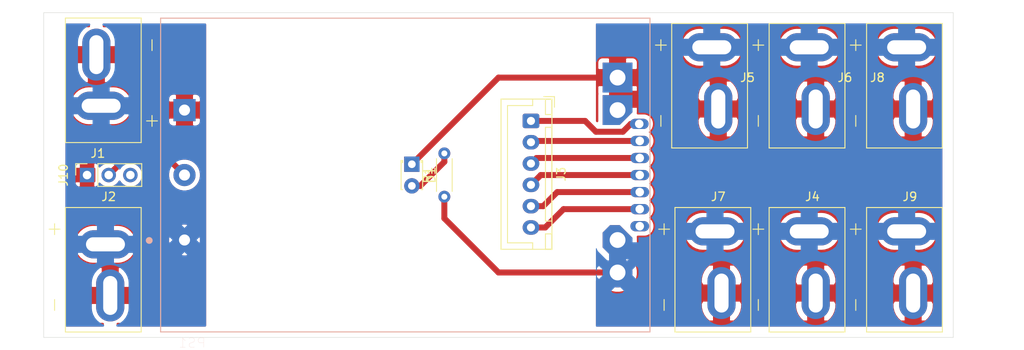
<source format=kicad_pcb>
(kicad_pcb (version 20171130) (host pcbnew "(5.1.9)-1")

  (general
    (thickness 1.6)
    (drawings 4)
    (tracks 34)
    (zones 0)
    (modules 13)
    (nets 14)
  )

  (page A4)
  (layers
    (0 F.Cu signal)
    (31 B.Cu signal)
    (32 B.Adhes user)
    (33 F.Adhes user)
    (34 B.Paste user)
    (35 F.Paste user)
    (36 B.SilkS user)
    (37 F.SilkS user)
    (38 B.Mask user)
    (39 F.Mask user)
    (40 Dwgs.User user)
    (41 Cmts.User user)
    (42 Eco1.User user)
    (43 Eco2.User user)
    (44 Edge.Cuts user)
    (45 Margin user)
    (46 B.CrtYd user)
    (47 F.CrtYd user)
    (48 B.Fab user)
    (49 F.Fab user)
  )

  (setup
    (last_trace_width 0.25)
    (user_trace_width 0.7)
    (user_trace_width 2)
    (trace_clearance 0.2)
    (zone_clearance 0.508)
    (zone_45_only no)
    (trace_min 0.5)
    (via_size 0.8)
    (via_drill 0.4)
    (via_min_size 0.4)
    (via_min_drill 0.3)
    (uvia_size 0.3)
    (uvia_drill 0.1)
    (uvias_allowed no)
    (uvia_min_size 0.2)
    (uvia_min_drill 0.1)
    (edge_width 0.05)
    (segment_width 0.2)
    (pcb_text_width 0.3)
    (pcb_text_size 1.5 1.5)
    (mod_edge_width 0.12)
    (mod_text_size 1 1)
    (mod_text_width 0.15)
    (pad_size 1.524 1.524)
    (pad_drill 0.762)
    (pad_to_mask_clearance 0)
    (aux_axis_origin 0 0)
    (visible_elements 7FFFFFFF)
    (pcbplotparams
      (layerselection 0x3dcff_ffffffff)
      (usegerberextensions false)
      (usegerberattributes true)
      (usegerberadvancedattributes true)
      (creategerberjobfile true)
      (excludeedgelayer true)
      (linewidth 0.100000)
      (plotframeref false)
      (viasonmask false)
      (mode 1)
      (useauxorigin false)
      (hpglpennumber 1)
      (hpglpenspeed 20)
      (hpglpendiameter 15.000000)
      (psnegative false)
      (psa4output false)
      (plotreference true)
      (plotvalue true)
      (plotinvisibletext false)
      (padsonsilk false)
      (subtractmaskfromsilk false)
      (outputformat 1)
      (mirror false)
      (drillshape 0)
      (scaleselection 1)
      (outputdirectory "../"))
  )

  (net 0 "")
  (net 1 "Net-(D1-Pad2)")
  (net 2 -VOUT)
  (net 3 -VIN)
  (net 4 +VIN)
  (net 5 SA1)
  (net 6 "Net-(J3-Pad5)")
  (net 7 "Net-(J3-Pad4)")
  (net 8 "Net-(J3-Pad3)")
  (net 9 "Net-(J3-Pad2)")
  (net 10 "Net-(J3-Pad1)")
  (net 11 +VOUT)
  (net 12 ONOFF_INV)
  (net 13 SA0)

  (net_class Default "This is the default net class."
    (clearance 0.2)
    (trace_width 0.25)
    (via_dia 0.8)
    (via_drill 0.4)
    (uvia_dia 0.3)
    (uvia_drill 0.1)
    (add_net +VIN)
    (add_net +VOUT)
    (add_net -VIN)
    (add_net -VOUT)
    (add_net "Net-(D1-Pad2)")
    (add_net "Net-(J3-Pad1)")
    (add_net "Net-(J3-Pad2)")
    (add_net "Net-(J3-Pad3)")
    (add_net "Net-(J3-Pad4)")
    (add_net "Net-(J3-Pad5)")
    (add_net ONOFF_INV)
    (add_net SA0)
    (add_net SA1)
  )

  (module QuarterBrickDCDC:BMR480-QuarterBrick_PMBus locked (layer B.Cu) (tedit 606A18CB) (tstamp 606A8A4D)
    (at 118.11 63.5)
    (path /606D4842)
    (fp_text reference PS1 (at -24.52 19.6962) (layer B.SilkS)
      (effects (font (size 1.12 1.12) (thickness 0.015)) (justify mirror))
    )
    (fp_text value BMR4802112 (at -10.16 0 90) (layer B.Fab)
      (effects (font (size 1.12 1.12) (thickness 0.015)) (justify mirror))
    )
    (fp_circle (center -29.538 7.673) (end -29.338 7.673) (layer B.Fab) (width 0.4))
    (fp_circle (center -29.538 7.673) (end -29.338 7.673) (layer B.SilkS) (width 0.4))
    (fp_line (start 29.2 -18.65) (end -28.45 -18.65) (layer B.CrtYd) (width 0.05))
    (fp_line (start 29.2 18.65) (end 29.2 -18.65) (layer B.CrtYd) (width 0.05))
    (fp_line (start -28.45 18.65) (end 29.2 18.65) (layer B.Fab) (width 0.05))
    (fp_line (start -28.45 -18.65) (end -28.45 18.65) (layer B.CrtYd) (width 0.05))
    (fp_line (start -28.2 -18.4) (end -28.2 18.4) (layer B.SilkS) (width 0.127))
    (fp_line (start 29.2 -18.4) (end -28.2 -18.4) (layer B.SilkS) (width 0.127))
    (fp_line (start 29.2 18.4) (end 29.2 -18.4) (layer B.SilkS) (width 0.127))
    (fp_line (start -28.2 18.4) (end 29.2 18.4) (layer B.SilkS) (width 0.127))
    (fp_line (start 29.2 -18.4) (end -28.2 -18.4) (layer B.Fab) (width 0.127))
    (fp_line (start 29.2 18.4) (end 29.2 -18.4) (layer B.Fab) (width 0.127))
    (fp_line (start -28.2 18.4) (end 29.2 18.4) (layer B.Fab) (width 0.127))
    (fp_line (start -28.2 -18.4) (end -28.2 18.4) (layer B.Fab) (width 0.127))
    (pad 5 thru_hole custom (at 25.4 -7.62 270) (size 2 2) (drill 1.85) (layers *.Cu *.Mask)
      (net 2 -VOUT) (zone_connect 0)
      (options (clearance outline) (anchor rect))
      (primitives
        (gr_poly (pts
           (xy 1.75 -0.25) (xy 0.25 -1.75) (xy -1.75 -1.75) (xy -1.75 1.75) (xy 1.75 1.75)
           (xy 1.75 0)) (width 0))
      ))
    (pad 15 thru_hole oval (at 28 6) (size 2.2 1.2) (drill 1) (layers *.Cu *.Mask)
      (net 13 SA0))
    (pad 14 thru_hole oval (at 28 4) (size 2.2 1.2) (drill 1) (layers *.Cu *.Mask)
      (net 5 SA1))
    (pad 13 thru_hole oval (at 28 2) (size 2.2 1.2) (drill 1) (layers *.Cu *.Mask)
      (net 6 "Net-(J3-Pad5)"))
    (pad 12 thru_hole oval (at 28 0) (size 2.2 1.2) (drill 1) (layers *.Cu *.Mask)
      (net 7 "Net-(J3-Pad4)"))
    (pad 11 thru_hole oval (at 28 -2) (size 2.2 1.2) (drill 1) (layers *.Cu *.Mask)
      (net 8 "Net-(J3-Pad3)"))
    (pad 10 thru_hole oval (at 28 -4) (size 2.2 1.2) (drill 1) (layers *.Cu *.Mask)
      (net 9 "Net-(J3-Pad2)"))
    (pad 9 thru_hole oval (at 27.94 -6) (size 2.2 1.2) (drill 1) (layers *.Cu *.Mask)
      (net 10 "Net-(J3-Pad1)"))
    (pad 8 thru_hole circle (at 25.4 11.43) (size 3.500001 3.500001) (drill 1.85) (layers *.Cu *.Mask)
      (net 11 +VOUT))
    (pad 4 thru_hole rect (at 25.4 -11.43) (size 3.5 3.5) (drill 1.85) (layers *.Cu *.Mask)
      (net 2 -VOUT))
    (pad 7 thru_hole custom (at 25.4 7.62) (size 2 2) (drill 1.85) (layers *.Cu *.Mask)
      (net 11 +VOUT) (zone_connect 0)
      (options (clearance outline) (anchor rect))
      (primitives
        (gr_poly (pts
           (xy 1.75 -0.25) (xy 0.25 -1.75) (xy -0.875 -1.75) (xy -1.75 -0.875) (xy -1.75 0.875)
           (xy -0.875 1.75) (xy 0.875 1.75) (xy 1.75 0.875) (xy 1.75 0)) (width 0))
      ))
    (pad 3 thru_hole rect (at -25.4 -7.62) (size 2.6 2.6) (drill 1.3) (layers *.Cu *.Mask)
      (net 3 -VIN))
    (pad 2 thru_hole circle (at -25.4 0) (size 2.6 2.6) (drill 1.3) (layers *.Cu *.Mask)
      (net 12 ONOFF_INV))
    (pad 1 thru_hole circle (at -25.4 7.62) (size 2.6 2.6) (drill 1.3) (layers *.Cu *.Mask)
      (net 4 +VIN))
    (model "D:/Academics_N_Work/AAST/Semester9/Grad I/Mechanical/Rack/Resources/adq700-48s12-4l_1477282665.STEP"
      (offset (xyz -29.25 -18.4 4.25))
      (scale (xyz 1 1 1))
      (rotate (xyz 0 0 0))
    )
  )

  (module Resistor_THT:R_Axial_DIN0204_L3.6mm_D1.6mm_P5.08mm_Horizontal (layer F.Cu) (tedit 5AE5139B) (tstamp 606A8F58)
    (at 123.19 66.04 90)
    (descr "Resistor, Axial_DIN0204 series, Axial, Horizontal, pin pitch=5.08mm, 0.167W, length*diameter=3.6*1.6mm^2, http://cdn-reichelt.de/documents/datenblatt/B400/1_4W%23YAG.pdf")
    (tags "Resistor Axial_DIN0204 series Axial Horizontal pin pitch 5.08mm 0.167W length 3.6mm diameter 1.6mm")
    (path /606EBEE8)
    (fp_text reference R1 (at 2.54 -1.92 90) (layer F.SilkS)
      (effects (font (size 1 1) (thickness 0.15)))
    )
    (fp_text value 1k (at 2.54 1.92 90) (layer F.Fab)
      (effects (font (size 1 1) (thickness 0.15)))
    )
    (fp_line (start 6.03 -1.05) (end -0.95 -1.05) (layer F.CrtYd) (width 0.05))
    (fp_line (start 6.03 1.05) (end 6.03 -1.05) (layer F.CrtYd) (width 0.05))
    (fp_line (start -0.95 1.05) (end 6.03 1.05) (layer F.CrtYd) (width 0.05))
    (fp_line (start -0.95 -1.05) (end -0.95 1.05) (layer F.CrtYd) (width 0.05))
    (fp_line (start 0.62 0.92) (end 4.46 0.92) (layer F.SilkS) (width 0.12))
    (fp_line (start 0.62 -0.92) (end 4.46 -0.92) (layer F.SilkS) (width 0.12))
    (fp_line (start 5.08 0) (end 4.34 0) (layer F.Fab) (width 0.1))
    (fp_line (start 0 0) (end 0.74 0) (layer F.Fab) (width 0.1))
    (fp_line (start 4.34 -0.8) (end 0.74 -0.8) (layer F.Fab) (width 0.1))
    (fp_line (start 4.34 0.8) (end 4.34 -0.8) (layer F.Fab) (width 0.1))
    (fp_line (start 0.74 0.8) (end 4.34 0.8) (layer F.Fab) (width 0.1))
    (fp_line (start 0.74 -0.8) (end 0.74 0.8) (layer F.Fab) (width 0.1))
    (fp_text user %R (at 2.54 0 90) (layer F.Fab)
      (effects (font (size 0.72 0.72) (thickness 0.108)))
    )
    (pad 2 thru_hole oval (at 5.08 0 90) (size 1.4 1.4) (drill 0.7) (layers *.Cu *.Mask)
      (net 1 "Net-(D1-Pad2)"))
    (pad 1 thru_hole circle (at 0 0 90) (size 1.4 1.4) (drill 0.7) (layers *.Cu *.Mask)
      (net 11 +VOUT))
    (model ${KISYS3DMOD}/Resistor_THT.3dshapes/R_Axial_DIN0204_L3.6mm_D1.6mm_P5.08mm_Horizontal.wrl
      (at (xyz 0 0 0))
      (scale (xyz 1 1 1))
      (rotate (xyz 0 0 0))
    )
  )

  (module Connector_PinSocket_2.54mm:PinSocket_1x03_P2.54mm_Vertical (layer F.Cu) (tedit 5A19A429) (tstamp 606A8A2D)
    (at 81.28 63.5 90)
    (descr "Through hole straight socket strip, 1x03, 2.54mm pitch, single row (from Kicad 4.0.7), script generated")
    (tags "Through hole socket strip THT 1x03 2.54mm single row")
    (path /606F1212)
    (fp_text reference J10 (at 0 -2.77 90) (layer F.SilkS)
      (effects (font (size 1 1) (thickness 0.15)))
    )
    (fp_text value SW7_Conn_01x02_Male (at 0 7.85 90) (layer F.Fab)
      (effects (font (size 1 1) (thickness 0.15)))
    )
    (fp_line (start -1.8 6.85) (end -1.8 -1.8) (layer F.CrtYd) (width 0.05))
    (fp_line (start 1.75 6.85) (end -1.8 6.85) (layer F.CrtYd) (width 0.05))
    (fp_line (start 1.75 -1.8) (end 1.75 6.85) (layer F.CrtYd) (width 0.05))
    (fp_line (start -1.8 -1.8) (end 1.75 -1.8) (layer F.CrtYd) (width 0.05))
    (fp_line (start 0 -1.33) (end 1.33 -1.33) (layer F.SilkS) (width 0.12))
    (fp_line (start 1.33 -1.33) (end 1.33 0) (layer F.SilkS) (width 0.12))
    (fp_line (start 1.33 1.27) (end 1.33 6.41) (layer F.SilkS) (width 0.12))
    (fp_line (start -1.33 6.41) (end 1.33 6.41) (layer F.SilkS) (width 0.12))
    (fp_line (start -1.33 1.27) (end -1.33 6.41) (layer F.SilkS) (width 0.12))
    (fp_line (start -1.33 1.27) (end 1.33 1.27) (layer F.SilkS) (width 0.12))
    (fp_line (start -1.27 6.35) (end -1.27 -1.27) (layer F.Fab) (width 0.1))
    (fp_line (start 1.27 6.35) (end -1.27 6.35) (layer F.Fab) (width 0.1))
    (fp_line (start 1.27 -0.635) (end 1.27 6.35) (layer F.Fab) (width 0.1))
    (fp_line (start 0.635 -1.27) (end 1.27 -0.635) (layer F.Fab) (width 0.1))
    (fp_line (start -1.27 -1.27) (end 0.635 -1.27) (layer F.Fab) (width 0.1))
    (fp_text user %R (at 0 2.54) (layer F.Fab)
      (effects (font (size 1 1) (thickness 0.15)))
    )
    (pad 3 thru_hole oval (at 0 5.08 90) (size 1.7 1.7) (drill 1) (layers *.Cu *.Mask))
    (pad 2 thru_hole oval (at 0 2.54 90) (size 1.7 1.7) (drill 1) (layers *.Cu *.Mask)
      (net 12 ONOFF_INV))
    (pad 1 thru_hole rect (at 0 0 90) (size 1.7 1.7) (drill 1) (layers *.Cu *.Mask)
      (net 3 -VIN))
    (model ${KISYS3DMOD}/Connector_PinSocket_2.54mm.3dshapes/PinSocket_1x03_P2.54mm_Vertical.wrl
      (at (xyz 0 0 0))
      (scale (xyz 1 1 1))
      (rotate (xyz 0 0 0))
    )
  )

  (module DeansPlugs:DeansPlug_Female (layer F.Cu) (tedit 606A35A6) (tstamp 606A8A16)
    (at 177.8 73.66)
    (path /606E7424)
    (fp_text reference J9 (at 0 -7.62) (layer F.SilkS)
      (effects (font (size 1 1) (thickness 0.15)))
    )
    (fp_text value Deans_Female_Conn_01x02_Female (at 0 8.89) (layer F.Fab)
      (effects (font (size 1 1) (thickness 0.15)))
    )
    (fp_line (start 3.81 -6.35) (end 3.81 8.255) (layer F.SilkS) (width 0.12))
    (fp_line (start -3.81 0.635) (end -3.81 7.569) (layer F.Fab) (width 0.12))
    (fp_line (start -3.81 7.569) (end 2.54 7.569) (layer F.Fab) (width 0.12))
    (fp_line (start 2.54 0.635) (end 3.175 0) (layer F.Fab) (width 0.12))
    (fp_line (start 2.54 7.569) (end 2.54 0.635) (layer F.Fab) (width 0.12))
    (fp_line (start 3.175 -5.639) (end -4.445 -5.639) (layer F.Fab) (width 0.12))
    (fp_line (start 3.175 0) (end 3.175 -5.639) (layer F.Fab) (width 0.12))
    (fp_line (start 3.81 8.255) (end -5.08 8.255) (layer F.SilkS) (width 0.12))
    (fp_line (start -5.08 8.255) (end -5.08 -6.35) (layer F.SilkS) (width 0.12))
    (fp_line (start -5.08 -6.35) (end 3.81 -6.35) (layer F.SilkS) (width 0.12))
    (fp_line (start -4.445 -5.639) (end -4.445 0) (layer F.Fab) (width 0.12))
    (fp_line (start -4.445 0) (end -3.81 0.635) (layer F.Fab) (width 0.12))
    (fp_line (start -6.35 5.715) (end -6.35 4.445) (layer F.SilkS) (width 0.12))
    (fp_line (start -6.35 -3.175) (end -6.35 -4.445) (layer F.SilkS) (width 0.12))
    (fp_line (start -6.985 -3.81) (end -5.715 -3.81) (layer F.SilkS) (width 0.12))
    (pad 2 thru_hole oval (at -0.381 -3.556) (size 6.096 3.302) (drill oval 4.572 1.651) (layers *.Cu *.Mask)
      (net 11 +VOUT))
    (pad 1 thru_hole oval (at 0.381 3.683 90) (size 6.096 3.302) (drill oval 4.572 1.651) (layers *.Cu *.Mask)
      (net 2 -VOUT))
    (model "D:/Academics_N_Work/AAST/Semester9/Grad I/Mechanical/Rack/Resources/Deans-Female.STEP"
      (offset (xyz -0.5 -1 3.25))
      (scale (xyz 1 1 1))
      (rotate (xyz 90 180 180))
    )
  )

  (module DeansPlugs:DeansPlug_Female (layer F.Cu) (tedit 606A35A6) (tstamp 606A8A01)
    (at 177.8 52.07)
    (path /606E70F3)
    (fp_text reference J8 (at -3.81 0) (layer F.SilkS)
      (effects (font (size 1 1) (thickness 0.15)))
    )
    (fp_text value Deans_Female_Conn_01x02_Female (at 0 8.89) (layer F.Fab)
      (effects (font (size 1 1) (thickness 0.15)))
    )
    (fp_line (start 3.81 -6.35) (end 3.81 8.255) (layer F.SilkS) (width 0.12))
    (fp_line (start -3.81 0.635) (end -3.81 7.569) (layer F.Fab) (width 0.12))
    (fp_line (start -3.81 7.569) (end 2.54 7.569) (layer F.Fab) (width 0.12))
    (fp_line (start 2.54 0.635) (end 3.175 0) (layer F.Fab) (width 0.12))
    (fp_line (start 2.54 7.569) (end 2.54 0.635) (layer F.Fab) (width 0.12))
    (fp_line (start 3.175 -5.639) (end -4.445 -5.639) (layer F.Fab) (width 0.12))
    (fp_line (start 3.175 0) (end 3.175 -5.639) (layer F.Fab) (width 0.12))
    (fp_line (start 3.81 8.255) (end -5.08 8.255) (layer F.SilkS) (width 0.12))
    (fp_line (start -5.08 8.255) (end -5.08 -6.35) (layer F.SilkS) (width 0.12))
    (fp_line (start -5.08 -6.35) (end 3.81 -6.35) (layer F.SilkS) (width 0.12))
    (fp_line (start -4.445 -5.639) (end -4.445 0) (layer F.Fab) (width 0.12))
    (fp_line (start -4.445 0) (end -3.81 0.635) (layer F.Fab) (width 0.12))
    (fp_line (start -6.35 5.715) (end -6.35 4.445) (layer F.SilkS) (width 0.12))
    (fp_line (start -6.35 -3.175) (end -6.35 -4.445) (layer F.SilkS) (width 0.12))
    (fp_line (start -6.985 -3.81) (end -5.715 -3.81) (layer F.SilkS) (width 0.12))
    (pad 2 thru_hole oval (at -0.381 -3.556) (size 6.096 3.302) (drill oval 4.572 1.651) (layers *.Cu *.Mask)
      (net 11 +VOUT))
    (pad 1 thru_hole oval (at 0.381 3.683 90) (size 6.096 3.302) (drill oval 4.572 1.651) (layers *.Cu *.Mask)
      (net 2 -VOUT))
    (model "D:/Academics_N_Work/AAST/Semester9/Grad I/Mechanical/Rack/Resources/Deans-Female.STEP"
      (offset (xyz -0.5 -1 3.25))
      (scale (xyz 1 1 1))
      (rotate (xyz 90 180 180))
    )
  )

  (module DeansPlugs:DeansPlug_Female (layer F.Cu) (tedit 606A35A6) (tstamp 606A89EC)
    (at 155.321 73.66)
    (path /606E6D3B)
    (fp_text reference J7 (at 0 -7.62) (layer F.SilkS)
      (effects (font (size 1 1) (thickness 0.15)))
    )
    (fp_text value Deans_Female_Conn_01x02_Female (at 0 8.89) (layer F.Fab)
      (effects (font (size 1 1) (thickness 0.15)))
    )
    (fp_line (start 3.81 -6.35) (end 3.81 8.255) (layer F.SilkS) (width 0.12))
    (fp_line (start -3.81 0.635) (end -3.81 7.569) (layer F.Fab) (width 0.12))
    (fp_line (start -3.81 7.569) (end 2.54 7.569) (layer F.Fab) (width 0.12))
    (fp_line (start 2.54 0.635) (end 3.175 0) (layer F.Fab) (width 0.12))
    (fp_line (start 2.54 7.569) (end 2.54 0.635) (layer F.Fab) (width 0.12))
    (fp_line (start 3.175 -5.639) (end -4.445 -5.639) (layer F.Fab) (width 0.12))
    (fp_line (start 3.175 0) (end 3.175 -5.639) (layer F.Fab) (width 0.12))
    (fp_line (start 3.81 8.255) (end -5.08 8.255) (layer F.SilkS) (width 0.12))
    (fp_line (start -5.08 8.255) (end -5.08 -6.35) (layer F.SilkS) (width 0.12))
    (fp_line (start -5.08 -6.35) (end 3.81 -6.35) (layer F.SilkS) (width 0.12))
    (fp_line (start -4.445 -5.639) (end -4.445 0) (layer F.Fab) (width 0.12))
    (fp_line (start -4.445 0) (end -3.81 0.635) (layer F.Fab) (width 0.12))
    (fp_line (start -6.35 5.715) (end -6.35 4.445) (layer F.SilkS) (width 0.12))
    (fp_line (start -6.35 -3.175) (end -6.35 -4.445) (layer F.SilkS) (width 0.12))
    (fp_line (start -6.985 -3.81) (end -5.715 -3.81) (layer F.SilkS) (width 0.12))
    (pad 2 thru_hole oval (at -0.381 -3.556) (size 6.096 3.302) (drill oval 4.572 1.651) (layers *.Cu *.Mask)
      (net 11 +VOUT))
    (pad 1 thru_hole oval (at 0.381 3.683 90) (size 6.096 3.302) (drill oval 4.572 1.651) (layers *.Cu *.Mask)
      (net 2 -VOUT))
    (model "D:/Academics_N_Work/AAST/Semester9/Grad I/Mechanical/Rack/Resources/Deans-Female.STEP"
      (offset (xyz -0.5 -1 3.25))
      (scale (xyz 1 1 1))
      (rotate (xyz 90 180 180))
    )
  )

  (module DeansPlugs:DeansPlug_Female (layer F.Cu) (tedit 606A35A6) (tstamp 606A92FC)
    (at 166.37 52.07)
    (path /606E6963)
    (fp_text reference J6 (at 3.81 0) (layer F.SilkS)
      (effects (font (size 1 1) (thickness 0.15)))
    )
    (fp_text value Deans_Female_Conn_01x02_Female (at 0 8.89) (layer F.Fab)
      (effects (font (size 1 1) (thickness 0.15)))
    )
    (fp_line (start 3.81 -6.35) (end 3.81 8.255) (layer F.SilkS) (width 0.12))
    (fp_line (start -3.81 0.635) (end -3.81 7.569) (layer F.Fab) (width 0.12))
    (fp_line (start -3.81 7.569) (end 2.54 7.569) (layer F.Fab) (width 0.12))
    (fp_line (start 2.54 0.635) (end 3.175 0) (layer F.Fab) (width 0.12))
    (fp_line (start 2.54 7.569) (end 2.54 0.635) (layer F.Fab) (width 0.12))
    (fp_line (start 3.175 -5.639) (end -4.445 -5.639) (layer F.Fab) (width 0.12))
    (fp_line (start 3.175 0) (end 3.175 -5.639) (layer F.Fab) (width 0.12))
    (fp_line (start 3.81 8.255) (end -5.08 8.255) (layer F.SilkS) (width 0.12))
    (fp_line (start -5.08 8.255) (end -5.08 -6.35) (layer F.SilkS) (width 0.12))
    (fp_line (start -5.08 -6.35) (end 3.81 -6.35) (layer F.SilkS) (width 0.12))
    (fp_line (start -4.445 -5.639) (end -4.445 0) (layer F.Fab) (width 0.12))
    (fp_line (start -4.445 0) (end -3.81 0.635) (layer F.Fab) (width 0.12))
    (fp_line (start -6.35 5.715) (end -6.35 4.445) (layer F.SilkS) (width 0.12))
    (fp_line (start -6.35 -3.175) (end -6.35 -4.445) (layer F.SilkS) (width 0.12))
    (fp_line (start -6.985 -3.81) (end -5.715 -3.81) (layer F.SilkS) (width 0.12))
    (pad 2 thru_hole oval (at -0.381 -3.556) (size 6.096 3.302) (drill oval 4.572 1.651) (layers *.Cu *.Mask)
      (net 11 +VOUT))
    (pad 1 thru_hole oval (at 0.381 3.683 90) (size 6.096 3.302) (drill oval 4.572 1.651) (layers *.Cu *.Mask)
      (net 2 -VOUT))
    (model "D:/Academics_N_Work/AAST/Semester9/Grad I/Mechanical/Rack/Resources/Deans-Female.STEP"
      (offset (xyz -0.5 -1 3.25))
      (scale (xyz 1 1 1))
      (rotate (xyz 90 180 180))
    )
  )

  (module DeansPlugs:DeansPlug_Female (layer F.Cu) (tedit 606A35A6) (tstamp 606A8C44)
    (at 154.94 52.07)
    (path /606E28A9)
    (fp_text reference J5 (at 3.81 0) (layer F.SilkS)
      (effects (font (size 1 1) (thickness 0.15)))
    )
    (fp_text value Deans_Female_Conn_01x02_Female (at 0 8.89) (layer F.Fab)
      (effects (font (size 1 1) (thickness 0.15)))
    )
    (fp_line (start 3.81 -6.35) (end 3.81 8.255) (layer F.SilkS) (width 0.12))
    (fp_line (start -3.81 0.635) (end -3.81 7.569) (layer F.Fab) (width 0.12))
    (fp_line (start -3.81 7.569) (end 2.54 7.569) (layer F.Fab) (width 0.12))
    (fp_line (start 2.54 0.635) (end 3.175 0) (layer F.Fab) (width 0.12))
    (fp_line (start 2.54 7.569) (end 2.54 0.635) (layer F.Fab) (width 0.12))
    (fp_line (start 3.175 -5.639) (end -4.445 -5.639) (layer F.Fab) (width 0.12))
    (fp_line (start 3.175 0) (end 3.175 -5.639) (layer F.Fab) (width 0.12))
    (fp_line (start 3.81 8.255) (end -5.08 8.255) (layer F.SilkS) (width 0.12))
    (fp_line (start -5.08 8.255) (end -5.08 -6.35) (layer F.SilkS) (width 0.12))
    (fp_line (start -5.08 -6.35) (end 3.81 -6.35) (layer F.SilkS) (width 0.12))
    (fp_line (start -4.445 -5.639) (end -4.445 0) (layer F.Fab) (width 0.12))
    (fp_line (start -4.445 0) (end -3.81 0.635) (layer F.Fab) (width 0.12))
    (fp_line (start -6.35 5.715) (end -6.35 4.445) (layer F.SilkS) (width 0.12))
    (fp_line (start -6.35 -3.175) (end -6.35 -4.445) (layer F.SilkS) (width 0.12))
    (fp_line (start -6.985 -3.81) (end -5.715 -3.81) (layer F.SilkS) (width 0.12))
    (pad 2 thru_hole oval (at -0.381 -3.556) (size 6.096 3.302) (drill oval 4.572 1.651) (layers *.Cu *.Mask)
      (net 11 +VOUT))
    (pad 1 thru_hole oval (at 0.381 3.683 90) (size 6.096 3.302) (drill oval 4.572 1.651) (layers *.Cu *.Mask)
      (net 2 -VOUT))
    (model "D:/Academics_N_Work/AAST/Semester9/Grad I/Mechanical/Rack/Resources/Deans-Female.STEP"
      (offset (xyz -0.5 -1 3.25))
      (scale (xyz 1 1 1))
      (rotate (xyz 90 180 180))
    )
  )

  (module DeansPlugs:DeansPlug_Female (layer F.Cu) (tedit 606A35A6) (tstamp 606A89AD)
    (at 166.37 73.66)
    (path /606E1993)
    (fp_text reference J4 (at 0 -7.62) (layer F.SilkS)
      (effects (font (size 1 1) (thickness 0.15)))
    )
    (fp_text value Deans_Female_Conn_01x02_Female (at 0 8.89) (layer F.Fab)
      (effects (font (size 1 1) (thickness 0.15)))
    )
    (fp_line (start 3.81 -6.35) (end 3.81 8.255) (layer F.SilkS) (width 0.12))
    (fp_line (start -3.81 0.635) (end -3.81 7.569) (layer F.Fab) (width 0.12))
    (fp_line (start -3.81 7.569) (end 2.54 7.569) (layer F.Fab) (width 0.12))
    (fp_line (start 2.54 0.635) (end 3.175 0) (layer F.Fab) (width 0.12))
    (fp_line (start 2.54 7.569) (end 2.54 0.635) (layer F.Fab) (width 0.12))
    (fp_line (start 3.175 -5.639) (end -4.445 -5.639) (layer F.Fab) (width 0.12))
    (fp_line (start 3.175 0) (end 3.175 -5.639) (layer F.Fab) (width 0.12))
    (fp_line (start 3.81 8.255) (end -5.08 8.255) (layer F.SilkS) (width 0.12))
    (fp_line (start -5.08 8.255) (end -5.08 -6.35) (layer F.SilkS) (width 0.12))
    (fp_line (start -5.08 -6.35) (end 3.81 -6.35) (layer F.SilkS) (width 0.12))
    (fp_line (start -4.445 -5.639) (end -4.445 0) (layer F.Fab) (width 0.12))
    (fp_line (start -4.445 0) (end -3.81 0.635) (layer F.Fab) (width 0.12))
    (fp_line (start -6.35 5.715) (end -6.35 4.445) (layer F.SilkS) (width 0.12))
    (fp_line (start -6.35 -3.175) (end -6.35 -4.445) (layer F.SilkS) (width 0.12))
    (fp_line (start -6.985 -3.81) (end -5.715 -3.81) (layer F.SilkS) (width 0.12))
    (pad 2 thru_hole oval (at -0.381 -3.556) (size 6.096 3.302) (drill oval 4.572 1.651) (layers *.Cu *.Mask)
      (net 11 +VOUT))
    (pad 1 thru_hole oval (at 0.381 3.683 90) (size 6.096 3.302) (drill oval 4.572 1.651) (layers *.Cu *.Mask)
      (net 2 -VOUT))
    (model "D:/Academics_N_Work/AAST/Semester9/Grad I/Mechanical/Rack/Resources/Deans-Female.STEP"
      (offset (xyz -0.5 -1 3.25))
      (scale (xyz 1 1 1))
      (rotate (xyz 90 180 180))
    )
  )

  (module Connector_JST:JST_XH_B6B-XH-A_1x06_P2.50mm_Vertical (layer F.Cu) (tedit 5C28146C) (tstamp 606A8998)
    (at 133.35 57.15 270)
    (descr "JST XH series connector, B6B-XH-A (http://www.jst-mfg.com/product/pdf/eng/eXH.pdf), generated with kicad-footprint-generator")
    (tags "connector JST XH vertical")
    (path /606D6510)
    (fp_text reference J3 (at 6.25 -3.55 90) (layer F.SilkS)
      (effects (font (size 1 1) (thickness 0.15)))
    )
    (fp_text value JST_XH_Conn_01x06_Female (at 6.25 4.6 90) (layer F.Fab)
      (effects (font (size 1 1) (thickness 0.15)))
    )
    (fp_line (start -2.85 -2.75) (end -2.85 -1.5) (layer F.SilkS) (width 0.12))
    (fp_line (start -1.6 -2.75) (end -2.85 -2.75) (layer F.SilkS) (width 0.12))
    (fp_line (start 14.3 2.75) (end 6.25 2.75) (layer F.SilkS) (width 0.12))
    (fp_line (start 14.3 -0.2) (end 14.3 2.75) (layer F.SilkS) (width 0.12))
    (fp_line (start 15.05 -0.2) (end 14.3 -0.2) (layer F.SilkS) (width 0.12))
    (fp_line (start -1.8 2.75) (end 6.25 2.75) (layer F.SilkS) (width 0.12))
    (fp_line (start -1.8 -0.2) (end -1.8 2.75) (layer F.SilkS) (width 0.12))
    (fp_line (start -2.55 -0.2) (end -1.8 -0.2) (layer F.SilkS) (width 0.12))
    (fp_line (start 15.05 -2.45) (end 13.25 -2.45) (layer F.SilkS) (width 0.12))
    (fp_line (start 15.05 -1.7) (end 15.05 -2.45) (layer F.SilkS) (width 0.12))
    (fp_line (start 13.25 -1.7) (end 15.05 -1.7) (layer F.SilkS) (width 0.12))
    (fp_line (start 13.25 -2.45) (end 13.25 -1.7) (layer F.SilkS) (width 0.12))
    (fp_line (start -0.75 -2.45) (end -2.55 -2.45) (layer F.SilkS) (width 0.12))
    (fp_line (start -0.75 -1.7) (end -0.75 -2.45) (layer F.SilkS) (width 0.12))
    (fp_line (start -2.55 -1.7) (end -0.75 -1.7) (layer F.SilkS) (width 0.12))
    (fp_line (start -2.55 -2.45) (end -2.55 -1.7) (layer F.SilkS) (width 0.12))
    (fp_line (start 11.75 -2.45) (end 0.75 -2.45) (layer F.SilkS) (width 0.12))
    (fp_line (start 11.75 -1.7) (end 11.75 -2.45) (layer F.SilkS) (width 0.12))
    (fp_line (start 0.75 -1.7) (end 11.75 -1.7) (layer F.SilkS) (width 0.12))
    (fp_line (start 0.75 -2.45) (end 0.75 -1.7) (layer F.SilkS) (width 0.12))
    (fp_line (start 0 -1.35) (end 0.625 -2.35) (layer F.Fab) (width 0.1))
    (fp_line (start -0.625 -2.35) (end 0 -1.35) (layer F.Fab) (width 0.1))
    (fp_line (start 15.45 -2.85) (end -2.95 -2.85) (layer F.CrtYd) (width 0.05))
    (fp_line (start 15.45 3.9) (end 15.45 -2.85) (layer F.CrtYd) (width 0.05))
    (fp_line (start -2.95 3.9) (end 15.45 3.9) (layer F.CrtYd) (width 0.05))
    (fp_line (start -2.95 -2.85) (end -2.95 3.9) (layer F.CrtYd) (width 0.05))
    (fp_line (start 15.06 -2.46) (end -2.56 -2.46) (layer F.SilkS) (width 0.12))
    (fp_line (start 15.06 3.51) (end 15.06 -2.46) (layer F.SilkS) (width 0.12))
    (fp_line (start -2.56 3.51) (end 15.06 3.51) (layer F.SilkS) (width 0.12))
    (fp_line (start -2.56 -2.46) (end -2.56 3.51) (layer F.SilkS) (width 0.12))
    (fp_line (start 14.95 -2.35) (end -2.45 -2.35) (layer F.Fab) (width 0.1))
    (fp_line (start 14.95 3.4) (end 14.95 -2.35) (layer F.Fab) (width 0.1))
    (fp_line (start -2.45 3.4) (end 14.95 3.4) (layer F.Fab) (width 0.1))
    (fp_line (start -2.45 -2.35) (end -2.45 3.4) (layer F.Fab) (width 0.1))
    (fp_text user %R (at 6.25 2.7 90) (layer F.Fab)
      (effects (font (size 1 1) (thickness 0.15)))
    )
    (pad 6 thru_hole oval (at 12.5 0 270) (size 1.7 1.95) (drill 0.95) (layers *.Cu *.Mask)
      (net 5 SA1))
    (pad 5 thru_hole oval (at 10 0 270) (size 1.7 1.95) (drill 0.95) (layers *.Cu *.Mask)
      (net 6 "Net-(J3-Pad5)"))
    (pad 4 thru_hole oval (at 7.5 0 270) (size 1.7 1.95) (drill 0.95) (layers *.Cu *.Mask)
      (net 7 "Net-(J3-Pad4)"))
    (pad 3 thru_hole oval (at 5 0 270) (size 1.7 1.95) (drill 0.95) (layers *.Cu *.Mask)
      (net 8 "Net-(J3-Pad3)"))
    (pad 2 thru_hole oval (at 2.5 0 270) (size 1.7 1.95) (drill 0.95) (layers *.Cu *.Mask)
      (net 9 "Net-(J3-Pad2)"))
    (pad 1 thru_hole roundrect (at 0 0 270) (size 1.7 1.95) (drill 0.95) (layers *.Cu *.Mask) (roundrect_rratio 0.1470588235294118)
      (net 10 "Net-(J3-Pad1)"))
    (model ${KISYS3DMOD}/Connector_JST.3dshapes/JST_XH_B6B-XH-A_1x06_P2.50mm_Vertical.wrl
      (at (xyz 0 0 0))
      (scale (xyz 1 1 1))
      (rotate (xyz 0 0 0))
    )
  )

  (module DeansPlugs:DeansPlug_Male (layer F.Cu) (tedit 606A37A3) (tstamp 606A96E0)
    (at 83.82 73.66)
    (path /606E0112)
    (fp_text reference J2 (at 0 -7.62) (layer F.SilkS)
      (effects (font (size 1 1) (thickness 0.15)))
    )
    (fp_text value Deans_Male_Conn_01x02_Male (at 0 9.525) (layer F.Fab)
      (effects (font (size 1 1) (thickness 0.15)))
    )
    (fp_line (start -4.445 0) (end -3.81 0.635) (layer F.Fab) (width 0.12))
    (fp_line (start -5.08 8.255) (end -5.08 -6.35) (layer F.SilkS) (width 0.12))
    (fp_line (start 3.81 -6.35) (end 3.81 8.255) (layer F.SilkS) (width 0.12))
    (fp_line (start -6.35 5.715) (end -6.35 4.445) (layer F.SilkS) (width 0.12))
    (fp_line (start -3.81 0.635) (end -3.81 7.569) (layer F.Fab) (width 0.12))
    (fp_line (start -5.08 -6.35) (end 3.81 -6.35) (layer F.SilkS) (width 0.12))
    (fp_line (start -6.985 -3.81) (end -5.715 -3.81) (layer F.SilkS) (width 0.12))
    (fp_line (start 2.54 7.569) (end 2.54 0.635) (layer F.Fab) (width 0.12))
    (fp_line (start 3.81 8.255) (end -5.08 8.255) (layer F.SilkS) (width 0.12))
    (fp_line (start -6.35 -3.175) (end -6.35 -4.445) (layer F.SilkS) (width 0.12))
    (fp_line (start 3.175 0) (end 3.175 -5.639) (layer F.Fab) (width 0.12))
    (fp_line (start -3.81 7.569) (end 2.54 7.569) (layer F.Fab) (width 0.12))
    (fp_line (start 3.175 -5.639) (end -4.445 -5.639) (layer F.Fab) (width 0.12))
    (fp_line (start 2.54 0.635) (end 3.175 0) (layer F.Fab) (width 0.12))
    (fp_line (start -4.445 -5.639) (end -4.445 0) (layer F.Fab) (width 0.12))
    (pad 1 thru_hole oval (at 0.178 3.962 90) (size 6.096 3.302) (drill oval 4.572 1.651) (layers *.Cu *.Mask)
      (net 3 -VIN))
    (pad 2 thru_hole oval (at -0.381 -2.032) (size 6.096 3.302) (drill oval 4.572 1.651) (layers *.Cu *.Mask)
      (net 4 +VIN))
    (model "D:/Academics_N_Work/AAST/Semester9/Grad I/Mechanical/Rack/Resources/Deans-Male.STEP"
      (offset (xyz -0.75 -1.5 3.25))
      (scale (xyz 1 1 1))
      (rotate (xyz 90 180 180))
    )
  )

  (module DeansPlugs:DeansPlug_Male (layer F.Cu) (tedit 606A37A3) (tstamp 606A8956)
    (at 82.55 53.34 180)
    (path /606E1325)
    (fp_text reference J1 (at 0 -7.62) (layer F.SilkS)
      (effects (font (size 1 1) (thickness 0.15)))
    )
    (fp_text value Deans_Male_Conn_01x02_Male (at 0 9.525) (layer F.Fab)
      (effects (font (size 1 1) (thickness 0.15)))
    )
    (fp_line (start -4.445 0) (end -3.81 0.635) (layer F.Fab) (width 0.12))
    (fp_line (start -5.08 8.255) (end -5.08 -6.35) (layer F.SilkS) (width 0.12))
    (fp_line (start 3.81 -6.35) (end 3.81 8.255) (layer F.SilkS) (width 0.12))
    (fp_line (start -6.35 5.715) (end -6.35 4.445) (layer F.SilkS) (width 0.12))
    (fp_line (start -3.81 0.635) (end -3.81 7.569) (layer F.Fab) (width 0.12))
    (fp_line (start -5.08 -6.35) (end 3.81 -6.35) (layer F.SilkS) (width 0.12))
    (fp_line (start -6.985 -3.81) (end -5.715 -3.81) (layer F.SilkS) (width 0.12))
    (fp_line (start 2.54 7.569) (end 2.54 0.635) (layer F.Fab) (width 0.12))
    (fp_line (start 3.81 8.255) (end -5.08 8.255) (layer F.SilkS) (width 0.12))
    (fp_line (start -6.35 -3.175) (end -6.35 -4.445) (layer F.SilkS) (width 0.12))
    (fp_line (start 3.175 0) (end 3.175 -5.639) (layer F.Fab) (width 0.12))
    (fp_line (start -3.81 7.569) (end 2.54 7.569) (layer F.Fab) (width 0.12))
    (fp_line (start 3.175 -5.639) (end -4.445 -5.639) (layer F.Fab) (width 0.12))
    (fp_line (start 2.54 0.635) (end 3.175 0) (layer F.Fab) (width 0.12))
    (fp_line (start -4.445 -5.639) (end -4.445 0) (layer F.Fab) (width 0.12))
    (pad 1 thru_hole oval (at 0.178 3.962 270) (size 6.096 3.302) (drill oval 4.572 1.651) (layers *.Cu *.Mask)
      (net 3 -VIN))
    (pad 2 thru_hole oval (at -0.381 -2.032 180) (size 6.096 3.302) (drill oval 4.572 1.651) (layers *.Cu *.Mask)
      (net 4 +VIN))
    (model "D:/Academics_N_Work/AAST/Semester9/Grad I/Mechanical/Rack/Resources/Deans-Male.STEP"
      (offset (xyz -0.75 -1.5 3.25))
      (scale (xyz 1 1 1))
      (rotate (xyz 90 180 180))
    )
  )

  (module LED_THT:LED_D1.8mm_W3.3mm_H2.4mm (layer F.Cu) (tedit 5880A862) (tstamp 606A8941)
    (at 119.38 62.23 270)
    (descr "LED, Round,  Rectangular size 3.3x2.4mm^2 diameter 1.8mm, 2 pins")
    (tags "LED Round  Rectangular size 3.3x2.4mm^2 diameter 1.8mm 2 pins")
    (path /606E7B71)
    (fp_text reference D1 (at 1.27 -2.26 90) (layer F.SilkS)
      (effects (font (size 1 1) (thickness 0.15)))
    )
    (fp_text value LED (at 1.27 2.26 90) (layer F.Fab)
      (effects (font (size 1 1) (thickness 0.15)))
    )
    (fp_line (start 3.7 -1.55) (end -1.15 -1.55) (layer F.CrtYd) (width 0.05))
    (fp_line (start 3.7 1.55) (end 3.7 -1.55) (layer F.CrtYd) (width 0.05))
    (fp_line (start -1.15 1.55) (end 3.7 1.55) (layer F.CrtYd) (width 0.05))
    (fp_line (start -1.15 -1.55) (end -1.15 1.55) (layer F.CrtYd) (width 0.05))
    (fp_line (start -0.2 1.08) (end -0.2 1.26) (layer F.SilkS) (width 0.12))
    (fp_line (start -0.2 -1.26) (end -0.2 -1.08) (layer F.SilkS) (width 0.12))
    (fp_line (start -0.32 1.08) (end -0.32 1.26) (layer F.SilkS) (width 0.12))
    (fp_line (start -0.32 -1.26) (end -0.32 -1.08) (layer F.SilkS) (width 0.12))
    (fp_line (start 2.98 1.095) (end 2.98 1.26) (layer F.SilkS) (width 0.12))
    (fp_line (start 2.98 -1.26) (end 2.98 -1.095) (layer F.SilkS) (width 0.12))
    (fp_line (start -0.44 1.08) (end -0.44 1.26) (layer F.SilkS) (width 0.12))
    (fp_line (start -0.44 -1.26) (end -0.44 -1.08) (layer F.SilkS) (width 0.12))
    (fp_line (start -0.44 1.26) (end 2.98 1.26) (layer F.SilkS) (width 0.12))
    (fp_line (start -0.44 -1.26) (end 2.98 -1.26) (layer F.SilkS) (width 0.12))
    (fp_line (start 2.92 -1.2) (end -0.38 -1.2) (layer F.Fab) (width 0.1))
    (fp_line (start 2.92 1.2) (end 2.92 -1.2) (layer F.Fab) (width 0.1))
    (fp_line (start -0.38 1.2) (end 2.92 1.2) (layer F.Fab) (width 0.1))
    (fp_line (start -0.38 -1.2) (end -0.38 1.2) (layer F.Fab) (width 0.1))
    (fp_circle (center 1.27 0) (end 2.17 0) (layer F.Fab) (width 0.1))
    (pad 2 thru_hole circle (at 2.54 0 270) (size 1.8 1.8) (drill 0.9) (layers *.Cu *.Mask)
      (net 1 "Net-(D1-Pad2)"))
    (pad 1 thru_hole rect (at 0 0 270) (size 1.8 1.8) (drill 0.9) (layers *.Cu *.Mask)
      (net 2 -VOUT))
    (model ${KISYS3DMOD}/LED_THT.3dshapes/LED_D1.8mm_W3.3mm_H2.4mm.wrl
      (at (xyz 0 0 0))
      (scale (xyz 1 1 1))
      (rotate (xyz 0 0 0))
    )
  )

  (gr_line (start 182.88 82.55) (end 182.88 44.45) (layer Edge.Cuts) (width 0.05) (tstamp 606A9616))
  (gr_line (start 76.2 82.55) (end 182.88 82.55) (layer Edge.Cuts) (width 0.05))
  (gr_line (start 76.2 44.45) (end 76.2 82.55) (layer Edge.Cuts) (width 0.05))
  (gr_line (start 182.88 44.45) (end 76.2 44.45) (layer Edge.Cuts) (width 0.05))

  (segment (start 120.369949 64.77) (end 119.38 64.77) (width 0.7) (layer F.Cu) (net 1))
  (segment (start 123.19 61.949949) (end 120.369949 64.77) (width 0.7) (layer F.Cu) (net 1))
  (segment (start 123.19 60.96) (end 123.19 61.949949) (width 0.7) (layer F.Cu) (net 1))
  (segment (start 129.54 52.07) (end 143.51 52.07) (width 0.7) (layer F.Cu) (net 2))
  (segment (start 119.38 62.23) (end 129.54 52.07) (width 0.7) (layer F.Cu) (net 2))
  (segment (start 143.51 52.07) (end 143.51 55.88) (width 2) (layer F.Cu) (net 2))
  (segment (start 143.51 55.88) (end 144.78 54.61) (width 2) (layer F.Cu) (net 2))
  (segment (start 144.78 54.61) (end 147.32 54.61) (width 2) (layer F.Cu) (net 2))
  (segment (start 135.025 69.65) (end 133.35 69.65) (width 0.7) (layer F.Cu) (net 5))
  (segment (start 137.175 67.5) (end 135.025 69.65) (width 0.7) (layer F.Cu) (net 5))
  (segment (start 146.11 67.5) (end 137.175 67.5) (width 0.7) (layer F.Cu) (net 5))
  (segment (start 146.11 65.5) (end 136.43 65.5) (width 0.7) (layer F.Cu) (net 6))
  (segment (start 134.78 67.15) (end 133.35 67.15) (width 0.7) (layer F.Cu) (net 6))
  (segment (start 136.43 65.5) (end 134.78 67.15) (width 0.7) (layer F.Cu) (net 6))
  (segment (start 134.5 63.5) (end 133.35 64.65) (width 0.7) (layer F.Cu) (net 7))
  (segment (start 146.11 63.5) (end 134.5 63.5) (width 0.7) (layer F.Cu) (net 7))
  (segment (start 134 61.5) (end 133.35 62.15) (width 0.7) (layer F.Cu) (net 8))
  (segment (start 146.11 61.5) (end 134 61.5) (width 0.7) (layer F.Cu) (net 8))
  (segment (start 133.5 59.5) (end 133.35 59.65) (width 0.7) (layer F.Cu) (net 9))
  (segment (start 146.11 59.5) (end 133.5 59.5) (width 0.7) (layer F.Cu) (net 9))
  (segment (start 146.05 57.5) (end 145.054606 57.5) (width 0.7) (layer F.Cu) (net 10))
  (segment (start 145.054606 57.5) (end 144.134606 58.42) (width 0.7) (layer F.Cu) (net 10))
  (segment (start 144.134606 58.42) (end 140.97 58.42) (width 0.7) (layer F.Cu) (net 10))
  (segment (start 139.7 57.15) (end 133.35 57.15) (width 0.7) (layer F.Cu) (net 10))
  (segment (start 140.97 58.42) (end 139.7 57.15) (width 0.7) (layer F.Cu) (net 10))
  (segment (start 123.19 66.04) (end 123.19 68.58) (width 0.7) (layer F.Cu) (net 11))
  (segment (start 129.54 74.93) (end 143.51 74.93) (width 0.7) (layer F.Cu) (net 11))
  (segment (start 123.19 68.58) (end 129.54 74.93) (width 0.7) (layer F.Cu) (net 11))
  (segment (start 143.51 71.12) (end 143.51 74.93) (width 2) (layer B.Cu) (net 11))
  (segment (start 143.51 71.12) (end 144.78 72.39) (width 2) (layer B.Cu) (net 11))
  (segment (start 144.78 72.39) (end 147.32 72.39) (width 2) (layer B.Cu) (net 11))
  (segment (start 92.71 63.5) (end 90.17 60.96) (width 0.7) (layer F.Cu) (net 12))
  (segment (start 86.36 60.96) (end 83.82 63.5) (width 0.7) (layer F.Cu) (net 12))
  (segment (start 90.17 60.96) (end 86.36 60.96) (width 0.7) (layer F.Cu) (net 12))

  (zone (net 2) (net_name -VOUT) (layer F.Cu) (tstamp 6074B8CE) (hatch edge 0.508)
    (connect_pads (clearance 0.508))
    (min_thickness 0.254)
    (fill yes (arc_segments 32) (thermal_gap 0.508) (thermal_bridge_width 2))
    (polygon
      (pts
        (xy 181.61 81.28) (xy 140.97 81.28) (xy 140.97 45.72) (xy 181.61 45.72)
      )
    )
    (filled_polygon
      (pts
        (xy 181.483 81.153) (xy 141.097 81.153) (xy 141.097 78.595382) (xy 153.265435 78.595382) (xy 153.284039 79.073511)
        (xy 153.395564 79.538823) (xy 153.595724 79.973437) (xy 153.876827 80.360651) (xy 154.228071 80.685584) (xy 154.509243 80.69016)
        (xy 154.829 80.679862) (xy 154.829 78.216) (xy 156.575 78.216) (xy 156.575 80.679862) (xy 156.894757 80.69016)
        (xy 157.175929 80.685584) (xy 157.527173 80.360651) (xy 157.808276 79.973437) (xy 158.008436 79.538823) (xy 158.119961 79.073511)
        (xy 158.138565 78.595382) (xy 164.314435 78.595382) (xy 164.333039 79.073511) (xy 164.444564 79.538823) (xy 164.644724 79.973437)
        (xy 164.925827 80.360651) (xy 165.277071 80.685584) (xy 165.558243 80.69016) (xy 165.878 80.679862) (xy 165.878 78.216)
        (xy 167.624 78.216) (xy 167.624 80.679862) (xy 167.943757 80.69016) (xy 168.224929 80.685584) (xy 168.576173 80.360651)
        (xy 168.857276 79.973437) (xy 169.057436 79.538823) (xy 169.168961 79.073511) (xy 169.187565 78.595382) (xy 175.744435 78.595382)
        (xy 175.763039 79.073511) (xy 175.874564 79.538823) (xy 176.074724 79.973437) (xy 176.355827 80.360651) (xy 176.707071 80.685584)
        (xy 176.988243 80.69016) (xy 177.308 80.679862) (xy 177.308 78.216) (xy 179.054 78.216) (xy 179.054 80.679862)
        (xy 179.373757 80.69016) (xy 179.654929 80.685584) (xy 180.006173 80.360651) (xy 180.287276 79.973437) (xy 180.487436 79.538823)
        (xy 180.598961 79.073511) (xy 180.617565 78.595382) (xy 180.406194 78.216) (xy 179.054 78.216) (xy 177.308 78.216)
        (xy 175.955806 78.216) (xy 175.744435 78.595382) (xy 169.187565 78.595382) (xy 168.976194 78.216) (xy 167.624 78.216)
        (xy 165.878 78.216) (xy 164.525806 78.216) (xy 164.314435 78.595382) (xy 158.138565 78.595382) (xy 157.927194 78.216)
        (xy 156.575 78.216) (xy 154.829 78.216) (xy 153.476806 78.216) (xy 153.265435 78.595382) (xy 141.097 78.595382)
        (xy 141.097 75.915) (xy 141.336495 75.915) (xy 141.39644 76.059721) (xy 141.65745 76.450349) (xy 141.989651 76.78255)
        (xy 142.380279 77.04356) (xy 142.814321 77.223346) (xy 143.275098 77.315) (xy 143.744902 77.315) (xy 144.205679 77.223346)
        (xy 144.639721 77.04356) (xy 145.030349 76.78255) (xy 145.36255 76.450349) (xy 145.602915 76.090618) (xy 153.265435 76.090618)
        (xy 153.476806 76.47) (xy 154.829 76.47) (xy 154.829 74.006138) (xy 156.575 74.006138) (xy 156.575 76.47)
        (xy 157.927194 76.47) (xy 158.138565 76.090618) (xy 164.314435 76.090618) (xy 164.525806 76.47) (xy 165.878 76.47)
        (xy 165.878 74.006138) (xy 167.624 74.006138) (xy 167.624 76.47) (xy 168.976194 76.47) (xy 169.187565 76.090618)
        (xy 175.744435 76.090618) (xy 175.955806 76.47) (xy 177.308 76.47) (xy 177.308 74.006138) (xy 179.054 74.006138)
        (xy 179.054 76.47) (xy 180.406194 76.47) (xy 180.617565 76.090618) (xy 180.598961 75.612489) (xy 180.487436 75.147177)
        (xy 180.287276 74.712563) (xy 180.006173 74.325349) (xy 179.654929 74.000416) (xy 179.373757 73.99584) (xy 179.054 74.006138)
        (xy 177.308 74.006138) (xy 176.988243 73.99584) (xy 176.707071 74.000416) (xy 176.355827 74.325349) (xy 176.074724 74.712563)
        (xy 175.874564 75.147177) (xy 175.763039 75.612489) (xy 175.744435 76.090618) (xy 169.187565 76.090618) (xy 169.168961 75.612489)
        (xy 169.057436 75.147177) (xy 168.857276 74.712563) (xy 168.576173 74.325349) (xy 168.224929 74.000416) (xy 167.943757 73.99584)
        (xy 167.624 74.006138) (xy 165.878 74.006138) (xy 165.558243 73.99584) (xy 165.277071 74.000416) (xy 164.925827 74.325349)
        (xy 164.644724 74.712563) (xy 164.444564 75.147177) (xy 164.333039 75.612489) (xy 164.314435 76.090618) (xy 158.138565 76.090618)
        (xy 158.119961 75.612489) (xy 158.008436 75.147177) (xy 157.808276 74.712563) (xy 157.527173 74.325349) (xy 157.175929 74.000416)
        (xy 156.894757 73.99584) (xy 156.575 74.006138) (xy 154.829 74.006138) (xy 154.509243 73.99584) (xy 154.228071 74.000416)
        (xy 153.876827 74.325349) (xy 153.595724 74.712563) (xy 153.395564 75.147177) (xy 153.284039 75.612489) (xy 153.265435 76.090618)
        (xy 145.602915 76.090618) (xy 145.62356 76.059721) (xy 145.803346 75.625679) (xy 145.895 75.164902) (xy 145.895 74.695098)
        (xy 145.803346 74.234321) (xy 145.62356 73.800279) (xy 145.36255 73.409651) (xy 145.055135 73.102236) (xy 145.711185 72.446185)
        (xy 145.790537 72.349494) (xy 145.849502 72.23918) (xy 145.885812 72.119482) (xy 145.898072 71.995) (xy 145.898072 70.87)
        (xy 145.885812 70.745518) (xy 145.882621 70.735) (xy 146.670665 70.735) (xy 146.852102 70.71713) (xy 147.084901 70.646511)
        (xy 147.299449 70.531833) (xy 147.487502 70.377502) (xy 147.641833 70.189449) (xy 147.687506 70.104) (xy 151.24594 70.104)
        (xy 151.290077 70.552134) (xy 151.420793 70.983047) (xy 151.633064 71.380178) (xy 151.918733 71.728267) (xy 152.266822 72.013936)
        (xy 152.663953 72.226207) (xy 153.094866 72.356923) (xy 153.430705 72.39) (xy 156.449295 72.39) (xy 156.785134 72.356923)
        (xy 157.216047 72.226207) (xy 157.613178 72.013936) (xy 157.961267 71.728267) (xy 158.246936 71.380178) (xy 158.459207 70.983047)
        (xy 158.589923 70.552134) (xy 158.63406 70.104) (xy 162.29494 70.104) (xy 162.339077 70.552134) (xy 162.469793 70.983047)
        (xy 162.682064 71.380178) (xy 162.967733 71.728267) (xy 163.315822 72.013936) (xy 163.712953 72.226207) (xy 164.143866 72.356923)
        (xy 164.479705 72.39) (xy 167.498295 72.39) (xy 167.834134 72.356923) (xy 168.265047 72.226207) (xy 168.662178 72.013936)
        (xy 169.010267 71.728267) (xy 169.295936 71.380178) (xy 169.508207 70.983047) (xy 169.638923 70.552134) (xy 169.68306 70.104)
        (xy 173.72494 70.104) (xy 173.769077 70.552134) (xy 173.899793 70.983047) (xy 174.112064 71.380178) (xy 174.397733 71.728267)
        (xy 174.745822 72.013936) (xy 175.142953 72.226207) (xy 175.573866 72.356923) (xy 175.909705 72.39) (xy 178.928295 72.39)
        (xy 179.264134 72.356923) (xy 179.695047 72.226207) (xy 180.092178 72.013936) (xy 180.440267 71.728267) (xy 180.725936 71.380178)
        (xy 180.938207 70.983047) (xy 181.068923 70.552134) (xy 181.11306 70.104) (xy 181.068923 69.655866) (xy 180.938207 69.224953)
        (xy 180.725936 68.827822) (xy 180.440267 68.479733) (xy 180.092178 68.194064) (xy 179.695047 67.981793) (xy 179.264134 67.851077)
        (xy 178.928295 67.818) (xy 175.909705 67.818) (xy 175.573866 67.851077) (xy 175.142953 67.981793) (xy 174.745822 68.194064)
        (xy 174.397733 68.479733) (xy 174.112064 68.827822) (xy 173.899793 69.224953) (xy 173.769077 69.655866) (xy 173.72494 70.104)
        (xy 169.68306 70.104) (xy 169.638923 69.655866) (xy 169.508207 69.224953) (xy 169.295936 68.827822) (xy 169.010267 68.479733)
        (xy 168.662178 68.194064) (xy 168.265047 67.981793) (xy 167.834134 67.851077) (xy 167.498295 67.818) (xy 164.479705 67.818)
        (xy 164.143866 67.851077) (xy 163.712953 67.981793) (xy 163.315822 68.194064) (xy 162.967733 68.479733) (xy 162.682064 68.827822)
        (xy 162.469793 69.224953) (xy 162.339077 69.655866) (xy 162.29494 70.104) (xy 158.63406 70.104) (xy 158.589923 69.655866)
        (xy 158.459207 69.224953) (xy 158.246936 68.827822) (xy 157.961267 68.479733) (xy 157.613178 68.194064) (xy 157.216047 67.981793)
        (xy 156.785134 67.851077) (xy 156.449295 67.818) (xy 153.430705 67.818) (xy 153.094866 67.851077) (xy 152.663953 67.981793)
        (xy 152.266822 68.194064) (xy 151.918733 68.479733) (xy 151.633064 68.827822) (xy 151.420793 69.224953) (xy 151.290077 69.655866)
        (xy 151.24594 70.104) (xy 147.687506 70.104) (xy 147.756511 69.974901) (xy 147.82713 69.742102) (xy 147.850975 69.5)
        (xy 147.82713 69.257898) (xy 147.756511 69.025099) (xy 147.641833 68.810551) (xy 147.487502 68.622498) (xy 147.338238 68.5)
        (xy 147.487502 68.377502) (xy 147.641833 68.189449) (xy 147.756511 67.974901) (xy 147.82713 67.742102) (xy 147.850975 67.5)
        (xy 147.82713 67.257898) (xy 147.756511 67.025099) (xy 147.641833 66.810551) (xy 147.487502 66.622498) (xy 147.338238 66.5)
        (xy 147.487502 66.377502) (xy 147.641833 66.189449) (xy 147.756511 65.974901) (xy 147.82713 65.742102) (xy 147.850975 65.5)
        (xy 147.82713 65.257898) (xy 147.756511 65.025099) (xy 147.641833 64.810551) (xy 147.487502 64.622498) (xy 147.338238 64.5)
        (xy 147.487502 64.377502) (xy 147.641833 64.189449) (xy 147.756511 63.974901) (xy 147.82713 63.742102) (xy 147.850975 63.5)
        (xy 147.82713 63.257898) (xy 147.756511 63.025099) (xy 147.641833 62.810551) (xy 147.487502 62.622498) (xy 147.338238 62.5)
        (xy 147.487502 62.377502) (xy 147.641833 62.189449) (xy 147.756511 61.974901) (xy 147.82713 61.742102) (xy 147.850975 61.5)
        (xy 147.82713 61.257898) (xy 147.756511 61.025099) (xy 147.641833 60.810551) (xy 147.487502 60.622498) (xy 147.338238 60.5)
        (xy 147.487502 60.377502) (xy 147.641833 60.189449) (xy 147.756511 59.974901) (xy 147.82713 59.742102) (xy 147.850975 59.5)
        (xy 147.82713 59.257898) (xy 147.756511 59.025099) (xy 147.641833 58.810551) (xy 147.487502 58.622498) (xy 147.308238 58.47538)
        (xy 147.427502 58.377502) (xy 147.581833 58.189449) (xy 147.696511 57.974901) (xy 147.76713 57.742102) (xy 147.790975 57.5)
        (xy 147.76713 57.257898) (xy 147.696511 57.025099) (xy 147.685973 57.005382) (xy 152.884435 57.005382) (xy 152.903039 57.483511)
        (xy 153.014564 57.948823) (xy 153.214724 58.383437) (xy 153.495827 58.770651) (xy 153.847071 59.095584) (xy 154.128243 59.10016)
        (xy 154.448 59.089862) (xy 154.448 56.626) (xy 156.194 56.626) (xy 156.194 59.089862) (xy 156.513757 59.10016)
        (xy 156.794929 59.095584) (xy 157.146173 58.770651) (xy 157.427276 58.383437) (xy 157.627436 57.948823) (xy 157.738961 57.483511)
        (xy 157.757565 57.005382) (xy 164.314435 57.005382) (xy 164.333039 57.483511) (xy 164.444564 57.948823) (xy 164.644724 58.383437)
        (xy 164.925827 58.770651) (xy 165.277071 59.095584) (xy 165.558243 59.10016) (xy 165.878 59.089862) (xy 165.878 56.626)
        (xy 167.624 56.626) (xy 167.624 59.089862) (xy 167.943757 59.10016) (xy 168.224929 59.095584) (xy 168.576173 58.770651)
        (xy 168.857276 58.383437) (xy 169.057436 57.948823) (xy 169.168961 57.483511) (xy 169.187565 57.005382) (xy 175.744435 57.005382)
        (xy 175.763039 57.483511) (xy 175.874564 57.948823) (xy 176.074724 58.383437) (xy 176.355827 58.770651) (xy 176.707071 59.095584)
        (xy 176.988243 59.10016) (xy 177.308 59.089862) (xy 177.308 56.626) (xy 179.054 56.626) (xy 179.054 59.089862)
        (xy 179.373757 59.10016) (xy 179.654929 59.095584) (xy 180.006173 58.770651) (xy 180.287276 58.383437) (xy 180.487436 57.948823)
        (xy 180.598961 57.483511) (xy 180.617565 57.005382) (xy 180.406194 56.626) (xy 179.054 56.626) (xy 177.308 56.626)
        (xy 175.955806 56.626) (xy 175.744435 57.005382) (xy 169.187565 57.005382) (xy 168.976194 56.626) (xy 167.624 56.626)
        (xy 165.878 56.626) (xy 164.525806 56.626) (xy 164.314435 57.005382) (xy 157.757565 57.005382) (xy 157.546194 56.626)
        (xy 156.194 56.626) (xy 154.448 56.626) (xy 153.095806 56.626) (xy 152.884435 57.005382) (xy 147.685973 57.005382)
        (xy 147.581833 56.810551) (xy 147.427502 56.622498) (xy 147.239449 56.468167) (xy 147.024901 56.353489) (xy 146.792102 56.28287)
        (xy 146.610665 56.265) (xy 145.882621 56.265) (xy 145.885812 56.254482) (xy 145.898072 56.13) (xy 145.898072 54.500618)
        (xy 152.884435 54.500618) (xy 153.095806 54.88) (xy 154.448 54.88) (xy 154.448 52.416138) (xy 156.194 52.416138)
        (xy 156.194 54.88) (xy 157.546194 54.88) (xy 157.757565 54.500618) (xy 164.314435 54.500618) (xy 164.525806 54.88)
        (xy 165.878 54.88) (xy 165.878 52.416138) (xy 167.624 52.416138) (xy 167.624 54.88) (xy 168.976194 54.88)
        (xy 169.187565 54.500618) (xy 175.744435 54.500618) (xy 175.955806 54.88) (xy 177.308 54.88) (xy 177.308 52.416138)
        (xy 179.054 52.416138) (xy 179.054 54.88) (xy 180.406194 54.88) (xy 180.617565 54.500618) (xy 180.598961 54.022489)
        (xy 180.487436 53.557177) (xy 180.287276 53.122563) (xy 180.006173 52.735349) (xy 179.654929 52.410416) (xy 179.373757 52.40584)
        (xy 179.054 52.416138) (xy 177.308 52.416138) (xy 176.988243 52.40584) (xy 176.707071 52.410416) (xy 176.355827 52.735349)
        (xy 176.074724 53.122563) (xy 175.874564 53.557177) (xy 175.763039 54.022489) (xy 175.744435 54.500618) (xy 169.187565 54.500618)
        (xy 169.168961 54.022489) (xy 169.057436 53.557177) (xy 168.857276 53.122563) (xy 168.576173 52.735349) (xy 168.224929 52.410416)
        (xy 167.943757 52.40584) (xy 167.624 52.416138) (xy 165.878 52.416138) (xy 165.558243 52.40584) (xy 165.277071 52.410416)
        (xy 164.925827 52.735349) (xy 164.644724 53.122563) (xy 164.444564 53.557177) (xy 164.333039 54.022489) (xy 164.314435 54.500618)
        (xy 157.757565 54.500618) (xy 157.738961 54.022489) (xy 157.627436 53.557177) (xy 157.427276 53.122563) (xy 157.146173 52.735349)
        (xy 156.794929 52.410416) (xy 156.513757 52.40584) (xy 156.194 52.416138) (xy 154.448 52.416138) (xy 154.128243 52.40584)
        (xy 153.847071 52.410416) (xy 153.495827 52.735349) (xy 153.214724 53.122563) (xy 153.014564 53.557177) (xy 152.903039 54.022489)
        (xy 152.884435 54.500618) (xy 145.898072 54.500618) (xy 145.898072 54.13) (xy 145.885812 54.005518) (xy 145.876554 53.975)
        (xy 145.885812 53.944482) (xy 145.898072 53.82) (xy 145.895 53.10175) (xy 145.73625 52.943) (xy 144.383 52.943)
        (xy 144.383 52.963) (xy 142.637 52.963) (xy 142.637 52.943) (xy 141.28375 52.943) (xy 141.125 53.10175)
        (xy 141.121928 53.82) (xy 141.134188 53.944482) (xy 141.143446 53.975) (xy 141.134188 54.005518) (xy 141.121928 54.13)
        (xy 141.121928 57.178928) (xy 141.097 57.154) (xy 141.097 50.32) (xy 141.121928 50.32) (xy 141.125 51.03825)
        (xy 141.28375 51.197) (xy 142.637 51.197) (xy 142.637 49.84375) (xy 144.383 49.84375) (xy 144.383 51.197)
        (xy 145.73625 51.197) (xy 145.895 51.03825) (xy 145.898072 50.32) (xy 145.885812 50.195518) (xy 145.849502 50.07582)
        (xy 145.790537 49.965506) (xy 145.711185 49.868815) (xy 145.614494 49.789463) (xy 145.50418 49.730498) (xy 145.384482 49.694188)
        (xy 145.26 49.681928) (xy 144.54175 49.685) (xy 144.383 49.84375) (xy 142.637 49.84375) (xy 142.47825 49.685)
        (xy 141.76 49.681928) (xy 141.635518 49.694188) (xy 141.51582 49.730498) (xy 141.405506 49.789463) (xy 141.308815 49.868815)
        (xy 141.229463 49.965506) (xy 141.170498 50.07582) (xy 141.134188 50.195518) (xy 141.121928 50.32) (xy 141.097 50.32)
        (xy 141.097 48.514) (xy 150.86494 48.514) (xy 150.909077 48.962134) (xy 151.039793 49.393047) (xy 151.252064 49.790178)
        (xy 151.537733 50.138267) (xy 151.885822 50.423936) (xy 152.282953 50.636207) (xy 152.713866 50.766923) (xy 153.049705 50.8)
        (xy 156.068295 50.8) (xy 156.404134 50.766923) (xy 156.835047 50.636207) (xy 157.232178 50.423936) (xy 157.580267 50.138267)
        (xy 157.865936 49.790178) (xy 158.078207 49.393047) (xy 158.208923 48.962134) (xy 158.25306 48.514) (xy 162.29494 48.514)
        (xy 162.339077 48.962134) (xy 162.469793 49.393047) (xy 162.682064 49.790178) (xy 162.967733 50.138267) (xy 163.315822 50.423936)
        (xy 163.712953 50.636207) (xy 164.143866 50.766923) (xy 164.479705 50.8) (xy 167.498295 50.8) (xy 167.834134 50.766923)
        (xy 168.265047 50.636207) (xy 168.662178 50.423936) (xy 169.010267 50.138267) (xy 169.295936 49.790178) (xy 169.508207 49.393047)
        (xy 169.638923 48.962134) (xy 169.68306 48.514) (xy 173.72494 48.514) (xy 173.769077 48.962134) (xy 173.899793 49.393047)
        (xy 174.112064 49.790178) (xy 174.397733 50.138267) (xy 174.745822 50.423936) (xy 175.142953 50.636207) (xy 175.573866 50.766923)
        (xy 175.909705 50.8) (xy 178.928295 50.8) (xy 179.264134 50.766923) (xy 179.695047 50.636207) (xy 180.092178 50.423936)
        (xy 180.440267 50.138267) (xy 180.725936 49.790178) (xy 180.938207 49.393047) (xy 181.068923 48.962134) (xy 181.11306 48.514)
        (xy 181.068923 48.065866) (xy 180.938207 47.634953) (xy 180.725936 47.237822) (xy 180.440267 46.889733) (xy 180.092178 46.604064)
        (xy 179.695047 46.391793) (xy 179.264134 46.261077) (xy 178.928295 46.228) (xy 175.909705 46.228) (xy 175.573866 46.261077)
        (xy 175.142953 46.391793) (xy 174.745822 46.604064) (xy 174.397733 46.889733) (xy 174.112064 47.237822) (xy 173.899793 47.634953)
        (xy 173.769077 48.065866) (xy 173.72494 48.514) (xy 169.68306 48.514) (xy 169.638923 48.065866) (xy 169.508207 47.634953)
        (xy 169.295936 47.237822) (xy 169.010267 46.889733) (xy 168.662178 46.604064) (xy 168.265047 46.391793) (xy 167.834134 46.261077)
        (xy 167.498295 46.228) (xy 164.479705 46.228) (xy 164.143866 46.261077) (xy 163.712953 46.391793) (xy 163.315822 46.604064)
        (xy 162.967733 46.889733) (xy 162.682064 47.237822) (xy 162.469793 47.634953) (xy 162.339077 48.065866) (xy 162.29494 48.514)
        (xy 158.25306 48.514) (xy 158.208923 48.065866) (xy 158.078207 47.634953) (xy 157.865936 47.237822) (xy 157.580267 46.889733)
        (xy 157.232178 46.604064) (xy 156.835047 46.391793) (xy 156.404134 46.261077) (xy 156.068295 46.228) (xy 153.049705 46.228)
        (xy 152.713866 46.261077) (xy 152.282953 46.391793) (xy 151.885822 46.604064) (xy 151.537733 46.889733) (xy 151.252064 47.237822)
        (xy 151.039793 47.634953) (xy 150.909077 48.065866) (xy 150.86494 48.514) (xy 141.097 48.514) (xy 141.097 45.847)
        (xy 181.483 45.847)
      )
    )
  )
  (zone (net 11) (net_name +VOUT) (layer B.Cu) (tstamp 6074B8CB) (hatch edge 0.508)
    (connect_pads thru_hole_only (clearance 0.7))
    (min_thickness 0.1)
    (fill yes (arc_segments 32) (thermal_gap 0.7) (thermal_bridge_width 2))
    (polygon
      (pts
        (xy 181.61 81.28) (xy 140.97 81.28) (xy 140.97 45.72) (xy 181.61 45.72)
      )
    )
    (filled_polygon
      (pts
        (xy 181.56 81.23) (xy 141.02 81.23) (xy 141.02 77.101959) (xy 142.681544 77.101959) (xy 142.911649 77.369796)
        (xy 143.399127 77.439648) (xy 143.890865 77.413056) (xy 144.108351 77.369796) (xy 144.338456 77.101959) (xy 143.51 76.273503)
        (xy 142.681544 77.101959) (xy 141.02 77.101959) (xy 141.02 75.828052) (xy 153.301 75.828052) (xy 153.301 78.857949)
        (xy 153.335741 79.210678) (xy 153.473033 79.663269) (xy 153.695983 80.080378) (xy 153.996023 80.445978) (xy 154.361623 80.746018)
        (xy 154.778732 80.968967) (xy 155.231323 81.106259) (xy 155.702 81.152617) (xy 156.172678 81.106259) (xy 156.625269 80.968967)
        (xy 157.042378 80.746018) (xy 157.407978 80.445978) (xy 157.708018 80.080378) (xy 157.930967 79.663269) (xy 158.068259 79.210678)
        (xy 158.103 78.857949) (xy 158.103 75.828052) (xy 164.35 75.828052) (xy 164.35 78.857949) (xy 164.384741 79.210678)
        (xy 164.522033 79.663269) (xy 164.744983 80.080378) (xy 165.045023 80.445978) (xy 165.410623 80.746018) (xy 165.827732 80.968967)
        (xy 166.280323 81.106259) (xy 166.751 81.152617) (xy 167.221678 81.106259) (xy 167.674269 80.968967) (xy 168.091378 80.746018)
        (xy 168.456978 80.445978) (xy 168.757018 80.080378) (xy 168.979967 79.663269) (xy 169.117259 79.210678) (xy 169.152 78.857949)
        (xy 169.152 75.828052) (xy 175.78 75.828052) (xy 175.78 78.857949) (xy 175.814741 79.210678) (xy 175.952033 79.663269)
        (xy 176.174983 80.080378) (xy 176.475023 80.445978) (xy 176.840623 80.746018) (xy 177.257732 80.968967) (xy 177.710323 81.106259)
        (xy 178.181 81.152617) (xy 178.651678 81.106259) (xy 179.104269 80.968967) (xy 179.521378 80.746018) (xy 179.886978 80.445978)
        (xy 180.187018 80.080378) (xy 180.409967 79.663269) (xy 180.547259 79.210678) (xy 180.582 78.857949) (xy 180.582 75.828051)
        (xy 180.547259 75.475322) (xy 180.409967 75.022731) (xy 180.187018 74.605622) (xy 179.886978 74.240022) (xy 179.521377 73.939982)
        (xy 179.104268 73.717033) (xy 178.651677 73.579741) (xy 178.181 73.533383) (xy 177.710322 73.579741) (xy 177.257731 73.717033)
        (xy 176.840622 73.939982) (xy 176.475022 74.240022) (xy 176.174982 74.605623) (xy 175.952033 75.022732) (xy 175.814741 75.475323)
        (xy 175.78 75.828052) (xy 169.152 75.828052) (xy 169.152 75.828051) (xy 169.117259 75.475322) (xy 168.979967 75.022731)
        (xy 168.757018 74.605622) (xy 168.456978 74.240022) (xy 168.091377 73.939982) (xy 167.674268 73.717033) (xy 167.221677 73.579741)
        (xy 166.751 73.533383) (xy 166.280322 73.579741) (xy 165.827731 73.717033) (xy 165.410622 73.939982) (xy 165.045022 74.240022)
        (xy 164.744982 74.605623) (xy 164.522033 75.022732) (xy 164.384741 75.475323) (xy 164.35 75.828052) (xy 158.103 75.828052)
        (xy 158.103 75.828051) (xy 158.068259 75.475322) (xy 157.930967 75.022731) (xy 157.708018 74.605622) (xy 157.407978 74.240022)
        (xy 157.042377 73.939982) (xy 156.625268 73.717033) (xy 156.172677 73.579741) (xy 155.702 73.533383) (xy 155.231322 73.579741)
        (xy 154.778731 73.717033) (xy 154.361622 73.939982) (xy 153.996022 74.240022) (xy 153.695982 74.605623) (xy 153.473033 75.022732)
        (xy 153.335741 75.475323) (xy 153.301 75.828052) (xy 141.02 75.828052) (xy 141.02 75.182457) (xy 141.026944 75.310865)
        (xy 141.070204 75.528351) (xy 141.338041 75.758456) (xy 142.166497 74.93) (xy 144.853503 74.93) (xy 145.681959 75.758456)
        (xy 145.949796 75.528351) (xy 146.019648 75.040873) (xy 145.993056 74.549135) (xy 145.949796 74.331649) (xy 145.681959 74.101544)
        (xy 144.853503 74.93) (xy 142.166497 74.93) (xy 141.338041 74.101544) (xy 141.070204 74.331649) (xy 141.02 74.682009)
        (xy 141.02 72.133376) (xy 141.020852 72.142026) (xy 141.063738 72.283401) (xy 141.13338 72.413694) (xy 141.227104 72.527896)
        (xy 142.102104 73.402896) (xy 142.216306 73.49662) (xy 142.346599 73.566262) (xy 142.487974 73.609148) (xy 142.635 73.623629)
        (xy 144.385 73.623629) (xy 144.532026 73.609148) (xy 144.673401 73.566262) (xy 144.803694 73.49662) (xy 144.917896 73.402896)
        (xy 145.792896 72.527896) (xy 145.88662 72.413694) (xy 145.956262 72.283401) (xy 145.999148 72.142026) (xy 146.013629 71.995)
        (xy 146.013629 71.387252) (xy 151.513698 71.387252) (xy 151.793026 71.927953) (xy 152.182487 72.234309) (xy 152.624232 72.458799)
        (xy 153.101284 72.592795) (xy 153.595311 72.631148) (xy 153.99 72.404351) (xy 153.99 71.054) (xy 155.89 71.054)
        (xy 155.89 72.404351) (xy 156.284689 72.631148) (xy 156.778716 72.592795) (xy 157.255768 72.458799) (xy 157.697513 72.234309)
        (xy 158.086974 71.927953) (xy 158.366302 71.387252) (xy 162.562698 71.387252) (xy 162.842026 71.927953) (xy 163.231487 72.234309)
        (xy 163.673232 72.458799) (xy 164.150284 72.592795) (xy 164.644311 72.631148) (xy 165.039 72.404351) (xy 165.039 71.054)
        (xy 166.939 71.054) (xy 166.939 72.404351) (xy 167.333689 72.631148) (xy 167.827716 72.592795) (xy 168.304768 72.458799)
        (xy 168.746513 72.234309) (xy 169.135974 71.927953) (xy 169.415302 71.387252) (xy 173.992698 71.387252) (xy 174.272026 71.927953)
        (xy 174.661487 72.234309) (xy 175.103232 72.458799) (xy 175.580284 72.592795) (xy 176.074311 72.631148) (xy 176.469 72.404351)
        (xy 176.469 71.054) (xy 178.369 71.054) (xy 178.369 72.404351) (xy 178.763689 72.631148) (xy 179.257716 72.592795)
        (xy 179.734768 72.458799) (xy 180.176513 72.234309) (xy 180.565974 71.927953) (xy 180.845302 71.387252) (xy 180.81527 71.054)
        (xy 178.369 71.054) (xy 176.469 71.054) (xy 174.02273 71.054) (xy 173.992698 71.387252) (xy 169.415302 71.387252)
        (xy 169.38527 71.054) (xy 166.939 71.054) (xy 165.039 71.054) (xy 162.59273 71.054) (xy 162.562698 71.387252)
        (xy 158.366302 71.387252) (xy 158.33627 71.054) (xy 155.89 71.054) (xy 153.99 71.054) (xy 151.54373 71.054)
        (xy 151.513698 71.387252) (xy 146.013629 71.387252) (xy 146.013629 70.87) (xy 146.011659 70.85) (xy 146.676321 70.85)
        (xy 146.874646 70.830467) (xy 147.129122 70.753272) (xy 147.363649 70.627915) (xy 147.569213 70.459213) (xy 147.737915 70.253649)
        (xy 147.863272 70.019122) (xy 147.940467 69.764646) (xy 147.966532 69.5) (xy 147.940467 69.235354) (xy 147.863272 68.980878)
        (xy 147.777681 68.820748) (xy 151.513698 68.820748) (xy 151.54373 69.154) (xy 153.99 69.154) (xy 153.99 67.803649)
        (xy 155.89 67.803649) (xy 155.89 69.154) (xy 158.33627 69.154) (xy 158.366302 68.820748) (xy 162.562698 68.820748)
        (xy 162.59273 69.154) (xy 165.039 69.154) (xy 165.039 67.803649) (xy 166.939 67.803649) (xy 166.939 69.154)
        (xy 169.38527 69.154) (xy 169.415302 68.820748) (xy 173.992698 68.820748) (xy 174.02273 69.154) (xy 176.469 69.154)
        (xy 176.469 67.803649) (xy 178.369 67.803649) (xy 178.369 69.154) (xy 180.81527 69.154) (xy 180.845302 68.820748)
        (xy 180.565974 68.280047) (xy 180.176513 67.973691) (xy 179.734768 67.749201) (xy 179.257716 67.615205) (xy 178.763689 67.576852)
        (xy 178.369 67.803649) (xy 176.469 67.803649) (xy 176.074311 67.576852) (xy 175.580284 67.615205) (xy 175.103232 67.749201)
        (xy 174.661487 67.973691) (xy 174.272026 68.280047) (xy 173.992698 68.820748) (xy 169.415302 68.820748) (xy 169.135974 68.280047)
        (xy 168.746513 67.973691) (xy 168.304768 67.749201) (xy 167.827716 67.615205) (xy 167.333689 67.576852) (xy 166.939 67.803649)
        (xy 165.039 67.803649) (xy 164.644311 67.576852) (xy 164.150284 67.615205) (xy 163.673232 67.749201) (xy 163.231487 67.973691)
        (xy 162.842026 68.280047) (xy 162.562698 68.820748) (xy 158.366302 68.820748) (xy 158.086974 68.280047) (xy 157.697513 67.973691)
        (xy 157.255768 67.749201) (xy 156.778716 67.615205) (xy 156.284689 67.576852) (xy 155.89 67.803649) (xy 153.99 67.803649)
        (xy 153.595311 67.576852) (xy 153.101284 67.615205) (xy 152.624232 67.749201) (xy 152.182487 67.973691) (xy 151.793026 68.280047)
        (xy 151.513698 68.820748) (xy 147.777681 68.820748) (xy 147.737915 68.746351) (xy 147.569213 68.540787) (xy 147.519514 68.5)
        (xy 147.569213 68.459213) (xy 147.737915 68.253649) (xy 147.863272 68.019122) (xy 147.940467 67.764646) (xy 147.966532 67.5)
        (xy 147.940467 67.235354) (xy 147.863272 66.980878) (xy 147.737915 66.746351) (xy 147.569213 66.540787) (xy 147.519514 66.5)
        (xy 147.569213 66.459213) (xy 147.737915 66.253649) (xy 147.863272 66.019122) (xy 147.940467 65.764646) (xy 147.966532 65.5)
        (xy 147.940467 65.235354) (xy 147.863272 64.980878) (xy 147.737915 64.746351) (xy 147.569213 64.540787) (xy 147.519514 64.5)
        (xy 147.569213 64.459213) (xy 147.737915 64.253649) (xy 147.863272 64.019122) (xy 147.940467 63.764646) (xy 147.966532 63.5)
        (xy 147.940467 63.235354) (xy 147.863272 62.980878) (xy 147.737915 62.746351) (xy 147.569213 62.540787) (xy 147.519514 62.5)
        (xy 147.569213 62.459213) (xy 147.737915 62.253649) (xy 147.863272 62.019122) (xy 147.940467 61.764646) (xy 147.966532 61.5)
        (xy 147.940467 61.235354) (xy 147.863272 60.980878) (xy 147.737915 60.746351) (xy 147.569213 60.540787) (xy 147.519514 60.5)
        (xy 147.569213 60.459213) (xy 147.737915 60.253649) (xy 147.863272 60.019122) (xy 147.940467 59.764646) (xy 147.966532 59.5)
        (xy 147.940467 59.235354) (xy 147.863272 58.980878) (xy 147.737915 58.746351) (xy 147.569213 58.540787) (xy 147.489514 58.47538)
        (xy 147.509213 58.459213) (xy 147.677915 58.253649) (xy 147.803272 58.019122) (xy 147.880467 57.764646) (xy 147.906532 57.5)
        (xy 147.880467 57.235354) (xy 147.803272 56.980878) (xy 147.677915 56.746351) (xy 147.509213 56.540787) (xy 147.303649 56.372085)
        (xy 147.069122 56.246728) (xy 146.814646 56.169533) (xy 146.616321 56.15) (xy 146.011659 56.15) (xy 146.013629 56.13)
        (xy 146.013629 54.238052) (xy 152.92 54.238052) (xy 152.92 57.267949) (xy 152.954741 57.620678) (xy 153.092033 58.073269)
        (xy 153.314983 58.490378) (xy 153.615023 58.855978) (xy 153.980623 59.156018) (xy 154.397732 59.378967) (xy 154.850323 59.516259)
        (xy 155.321 59.562617) (xy 155.791678 59.516259) (xy 156.244269 59.378967) (xy 156.661378 59.156018) (xy 157.026978 58.855978)
        (xy 157.327018 58.490378) (xy 157.549967 58.073269) (xy 157.687259 57.620678) (xy 157.722 57.267949) (xy 157.722 54.238052)
        (xy 164.35 54.238052) (xy 164.35 57.267949) (xy 164.384741 57.620678) (xy 164.522033 58.073269) (xy 164.744983 58.490378)
        (xy 165.045023 58.855978) (xy 165.410623 59.156018) (xy 165.827732 59.378967) (xy 166.280323 59.516259) (xy 166.751 59.562617)
        (xy 167.221678 59.516259) (xy 167.674269 59.378967) (xy 168.091378 59.156018) (xy 168.456978 58.855978) (xy 168.757018 58.490378)
        (xy 168.979967 58.073269) (xy 169.117259 57.620678) (xy 169.152 57.267949) (xy 169.152 54.238052) (xy 175.78 54.238052)
        (xy 175.78 57.267949) (xy 175.814741 57.620678) (xy 175.952033 58.073269) (xy 176.174983 58.490378) (xy 176.475023 58.855978)
        (xy 176.840623 59.156018) (xy 177.257732 59.378967) (xy 177.710323 59.516259) (xy 178.181 59.562617) (xy 178.651678 59.516259)
        (xy 179.104269 59.378967) (xy 179.521378 59.156018) (xy 179.886978 58.855978) (xy 180.187018 58.490378) (xy 180.409967 58.073269)
        (xy 180.547259 57.620678) (xy 180.582 57.267949) (xy 180.582 54.238051) (xy 180.547259 53.885322) (xy 180.409967 53.432731)
        (xy 180.187018 53.015622) (xy 179.886978 52.650022) (xy 179.521377 52.349982) (xy 179.104268 52.127033) (xy 178.651677 51.989741)
        (xy 178.181 51.943383) (xy 177.710322 51.989741) (xy 177.257731 52.127033) (xy 176.840622 52.349982) (xy 176.475022 52.650022)
        (xy 176.174982 53.015623) (xy 175.952033 53.432732) (xy 175.814741 53.885323) (xy 175.78 54.238052) (xy 169.152 54.238052)
        (xy 169.152 54.238051) (xy 169.117259 53.885322) (xy 168.979967 53.432731) (xy 168.757018 53.015622) (xy 168.456978 52.650022)
        (xy 168.091377 52.349982) (xy 167.674268 52.127033) (xy 167.221677 51.989741) (xy 166.751 51.943383) (xy 166.280322 51.989741)
        (xy 165.827731 52.127033) (xy 165.410622 52.349982) (xy 165.045022 52.650022) (xy 164.744982 53.015623) (xy 164.522033 53.432732)
        (xy 164.384741 53.885323) (xy 164.35 54.238052) (xy 157.722 54.238052) (xy 157.722 54.238051) (xy 157.687259 53.885322)
        (xy 157.549967 53.432731) (xy 157.327018 53.015622) (xy 157.026978 52.650022) (xy 156.661377 52.349982) (xy 156.244268 52.127033)
        (xy 155.791677 51.989741) (xy 155.321 51.943383) (xy 154.850322 51.989741) (xy 154.397731 52.127033) (xy 153.980622 52.349982)
        (xy 153.615022 52.650022) (xy 153.314982 53.015623) (xy 153.092033 53.432732) (xy 152.954741 53.885323) (xy 152.92 54.238052)
        (xy 146.013629 54.238052) (xy 146.013629 54.13) (xy 145.999148 53.982974) (xy 145.996729 53.974998) (xy 145.999147 53.967026)
        (xy 146.013628 53.82) (xy 146.013628 50.32) (xy 145.999147 50.172974) (xy 145.956261 50.031599) (xy 145.886619 49.901307)
        (xy 145.801223 49.797252) (xy 151.132698 49.797252) (xy 151.412026 50.337953) (xy 151.801487 50.644309) (xy 152.243232 50.868799)
        (xy 152.720284 51.002795) (xy 153.214311 51.041148) (xy 153.609 50.814351) (xy 153.609 49.464) (xy 155.509 49.464)
        (xy 155.509 50.814351) (xy 155.903689 51.041148) (xy 156.397716 51.002795) (xy 156.874768 50.868799) (xy 157.316513 50.644309)
        (xy 157.705974 50.337953) (xy 157.985302 49.797252) (xy 162.562698 49.797252) (xy 162.842026 50.337953) (xy 163.231487 50.644309)
        (xy 163.673232 50.868799) (xy 164.150284 51.002795) (xy 164.644311 51.041148) (xy 165.039 50.814351) (xy 165.039 49.464)
        (xy 166.939 49.464) (xy 166.939 50.814351) (xy 167.333689 51.041148) (xy 167.827716 51.002795) (xy 168.304768 50.868799)
        (xy 168.746513 50.644309) (xy 169.135974 50.337953) (xy 169.415302 49.797252) (xy 173.992698 49.797252) (xy 174.272026 50.337953)
        (xy 174.661487 50.644309) (xy 175.103232 50.868799) (xy 175.580284 51.002795) (xy 176.074311 51.041148) (xy 176.469 50.814351)
        (xy 176.469 49.464) (xy 178.369 49.464) (xy 178.369 50.814351) (xy 178.763689 51.041148) (xy 179.257716 51.002795)
        (xy 179.734768 50.868799) (xy 180.176513 50.644309) (xy 180.565974 50.337953) (xy 180.845302 49.797252) (xy 180.81527 49.464)
        (xy 178.369 49.464) (xy 176.469 49.464) (xy 174.02273 49.464) (xy 173.992698 49.797252) (xy 169.415302 49.797252)
        (xy 169.38527 49.464) (xy 166.939 49.464) (xy 165.039 49.464) (xy 162.59273 49.464) (xy 162.562698 49.797252)
        (xy 157.985302 49.797252) (xy 157.95527 49.464) (xy 155.509 49.464) (xy 153.609 49.464) (xy 151.16273 49.464)
        (xy 151.132698 49.797252) (xy 145.801223 49.797252) (xy 145.792895 49.787105) (xy 145.678693 49.693381) (xy 145.548401 49.623739)
        (xy 145.407026 49.580853) (xy 145.26 49.566372) (xy 141.76 49.566372) (xy 141.612974 49.580853) (xy 141.471599 49.623739)
        (xy 141.341307 49.693381) (xy 141.227105 49.787105) (xy 141.133381 49.901307) (xy 141.063739 50.031599) (xy 141.020853 50.172974)
        (xy 141.02 50.181635) (xy 141.02 47.230748) (xy 151.132698 47.230748) (xy 151.16273 47.564) (xy 153.609 47.564)
        (xy 153.609 46.213649) (xy 155.509 46.213649) (xy 155.509 47.564) (xy 157.95527 47.564) (xy 157.985302 47.230748)
        (xy 162.562698 47.230748) (xy 162.59273 47.564) (xy 165.039 47.564) (xy 165.039 46.213649) (xy 166.939 46.213649)
        (xy 166.939 47.564) (xy 169.38527 47.564) (xy 169.415302 47.230748) (xy 173.992698 47.230748) (xy 174.02273 47.564)
        (xy 176.469 47.564) (xy 176.469 46.213649) (xy 178.369 46.213649) (xy 178.369 47.564) (xy 180.81527 47.564)
        (xy 180.845302 47.230748) (xy 180.565974 46.690047) (xy 180.176513 46.383691) (xy 179.734768 46.159201) (xy 179.257716 46.025205)
        (xy 178.763689 45.986852) (xy 178.369 46.213649) (xy 176.469 46.213649) (xy 176.074311 45.986852) (xy 175.580284 46.025205)
        (xy 175.103232 46.159201) (xy 174.661487 46.383691) (xy 174.272026 46.690047) (xy 173.992698 47.230748) (xy 169.415302 47.230748)
        (xy 169.135974 46.690047) (xy 168.746513 46.383691) (xy 168.304768 46.159201) (xy 167.827716 46.025205) (xy 167.333689 45.986852)
        (xy 166.939 46.213649) (xy 165.039 46.213649) (xy 164.644311 45.986852) (xy 164.150284 46.025205) (xy 163.673232 46.159201)
        (xy 163.231487 46.383691) (xy 162.842026 46.690047) (xy 162.562698 47.230748) (xy 157.985302 47.230748) (xy 157.705974 46.690047)
        (xy 157.316513 46.383691) (xy 156.874768 46.159201) (xy 156.397716 46.025205) (xy 155.903689 45.986852) (xy 155.509 46.213649)
        (xy 153.609 46.213649) (xy 153.214311 45.986852) (xy 152.720284 46.025205) (xy 152.243232 46.159201) (xy 151.801487 46.383691)
        (xy 151.412026 46.690047) (xy 151.132698 47.230748) (xy 141.02 47.230748) (xy 141.02 45.77) (xy 181.56 45.77)
      )
    )
  )
  (zone (net 3) (net_name -VIN) (layer F.Cu) (tstamp 6074B8C8) (hatch edge 0.508)
    (connect_pads (clearance 0.508))
    (min_thickness 0.254)
    (fill yes (arc_segments 32) (thermal_gap 0.508) (thermal_bridge_width 2))
    (polygon
      (pts
        (xy 95.25 81.28) (xy 78.74 81.28) (xy 78.74 45.72) (xy 95.25 45.72)
      )
    )
    (filled_polygon
      (pts
        (xy 81.498998 46.041138) (xy 81.179243 46.03084) (xy 80.898071 46.035416) (xy 80.546827 46.360349) (xy 80.265724 46.747563)
        (xy 80.065564 47.182177) (xy 79.954039 47.647489) (xy 79.935435 48.125618) (xy 80.146806 48.505) (xy 81.499 48.505)
        (xy 81.499 48.485) (xy 83.245 48.485) (xy 83.245 48.505) (xy 84.597194 48.505) (xy 84.808565 48.125618)
        (xy 84.789961 47.647489) (xy 84.678436 47.182177) (xy 84.478276 46.747563) (xy 84.197173 46.360349) (xy 83.845929 46.035416)
        (xy 83.564757 46.03084) (xy 83.245002 46.041138) (xy 83.245002 45.847) (xy 95.123 45.847) (xy 95.123 81.153)
        (xy 84.871002 81.153) (xy 84.871002 80.958862) (xy 85.190757 80.96916) (xy 85.471929 80.964584) (xy 85.823173 80.639651)
        (xy 86.104276 80.252437) (xy 86.304436 79.817823) (xy 86.415961 79.352511) (xy 86.434565 78.874382) (xy 86.223194 78.495)
        (xy 84.871 78.495) (xy 84.871 78.515) (xy 83.125 78.515) (xy 83.125 78.495) (xy 81.772806 78.495)
        (xy 81.561435 78.874382) (xy 81.580039 79.352511) (xy 81.691564 79.817823) (xy 81.891724 80.252437) (xy 82.172827 80.639651)
        (xy 82.524071 80.964584) (xy 82.805243 80.96916) (xy 83.124998 80.958862) (xy 83.124998 81.153) (xy 78.867 81.153)
        (xy 78.867 76.369618) (xy 81.561435 76.369618) (xy 81.772806 76.749) (xy 83.125 76.749) (xy 83.125 74.285138)
        (xy 84.871 74.285138) (xy 84.871 76.749) (xy 86.223194 76.749) (xy 86.434565 76.369618) (xy 86.415961 75.891489)
        (xy 86.304436 75.426177) (xy 86.104276 74.991563) (xy 85.823173 74.604349) (xy 85.471929 74.279416) (xy 85.190757 74.27484)
        (xy 84.871 74.285138) (xy 83.125 74.285138) (xy 82.805243 74.27484) (xy 82.524071 74.279416) (xy 82.172827 74.604349)
        (xy 81.891724 74.991563) (xy 81.691564 75.426177) (xy 81.580039 75.891489) (xy 81.561435 76.369618) (xy 78.867 76.369618)
        (xy 78.867 71.628) (xy 79.74494 71.628) (xy 79.789077 72.076134) (xy 79.919793 72.507047) (xy 80.132064 72.904178)
        (xy 80.417733 73.252267) (xy 80.765822 73.537936) (xy 81.162953 73.750207) (xy 81.593866 73.880923) (xy 81.929705 73.914)
        (xy 84.948295 73.914) (xy 85.284134 73.880923) (xy 85.715047 73.750207) (xy 86.112178 73.537936) (xy 86.460267 73.252267)
        (xy 86.745936 72.904178) (xy 86.958207 72.507047) (xy 87.088923 72.076134) (xy 87.13306 71.628) (xy 87.088923 71.179866)
        (xy 87.012951 70.929419) (xy 90.775 70.929419) (xy 90.775 71.310581) (xy 90.849361 71.684419) (xy 90.995225 72.036566)
        (xy 91.206987 72.353491) (xy 91.476509 72.623013) (xy 91.793434 72.834775) (xy 92.145581 72.980639) (xy 92.519419 73.055)
        (xy 92.900581 73.055) (xy 93.274419 72.980639) (xy 93.626566 72.834775) (xy 93.943491 72.623013) (xy 94.213013 72.353491)
        (xy 94.424775 72.036566) (xy 94.570639 71.684419) (xy 94.645 71.310581) (xy 94.645 70.929419) (xy 94.570639 70.555581)
        (xy 94.424775 70.203434) (xy 94.213013 69.886509) (xy 93.943491 69.616987) (xy 93.626566 69.405225) (xy 93.274419 69.259361)
        (xy 92.900581 69.185) (xy 92.519419 69.185) (xy 92.145581 69.259361) (xy 91.793434 69.405225) (xy 91.476509 69.616987)
        (xy 91.206987 69.886509) (xy 90.995225 70.203434) (xy 90.849361 70.555581) (xy 90.775 70.929419) (xy 87.012951 70.929419)
        (xy 86.958207 70.748953) (xy 86.745936 70.351822) (xy 86.460267 70.003733) (xy 86.112178 69.718064) (xy 85.715047 69.505793)
        (xy 85.284134 69.375077) (xy 84.948295 69.342) (xy 81.929705 69.342) (xy 81.593866 69.375077) (xy 81.162953 69.505793)
        (xy 80.765822 69.718064) (xy 80.417733 70.003733) (xy 80.132064 70.351822) (xy 79.919793 70.748953) (xy 79.789077 71.179866)
        (xy 79.74494 71.628) (xy 78.867 71.628) (xy 78.867 64.38175) (xy 79.795 64.38175) (xy 79.805939 64.482979)
        (xy 79.843873 64.602172) (xy 79.904331 64.711674) (xy 79.984991 64.807278) (xy 80.082752 64.885308) (xy 80.193858 64.942767)
        (xy 80.314038 64.977446) (xy 80.39825 64.985) (xy 80.557 64.82625) (xy 80.557 64.223) (xy 79.95375 64.223)
        (xy 79.795 64.38175) (xy 78.867 64.38175) (xy 78.867 62.61825) (xy 79.795 62.61825) (xy 79.95375 62.777)
        (xy 80.557 62.777) (xy 80.557 62.17375) (xy 82.003 62.17375) (xy 82.003 62.777) (xy 82.13 62.777)
        (xy 82.13 64.223) (xy 82.003 64.223) (xy 82.003 64.82625) (xy 82.16175 64.985) (xy 82.245962 64.977446)
        (xy 82.366142 64.942767) (xy 82.477248 64.885308) (xy 82.575009 64.807278) (xy 82.655669 64.711674) (xy 82.716127 64.602172)
        (xy 82.741703 64.52181) (xy 82.873368 64.653475) (xy 83.116589 64.81599) (xy 83.386842 64.927932) (xy 83.67374 64.985)
        (xy 83.96626 64.985) (xy 84.253158 64.927932) (xy 84.523411 64.81599) (xy 84.766632 64.653475) (xy 84.973475 64.446632)
        (xy 85.09 64.27224) (xy 85.206525 64.446632) (xy 85.413368 64.653475) (xy 85.656589 64.81599) (xy 85.926842 64.927932)
        (xy 86.21374 64.985) (xy 86.50626 64.985) (xy 86.793158 64.927932) (xy 87.063411 64.81599) (xy 87.306632 64.653475)
        (xy 87.513475 64.446632) (xy 87.67599 64.203411) (xy 87.787932 63.933158) (xy 87.845 63.64626) (xy 87.845 63.35374)
        (xy 87.787932 63.066842) (xy 87.67599 62.796589) (xy 87.513475 62.553368) (xy 87.306632 62.346525) (xy 87.063411 62.18401)
        (xy 86.793158 62.072068) (xy 86.666188 62.046812) (xy 86.768 61.945) (xy 89.762 61.945) (xy 90.833304 63.016304)
        (xy 90.775 63.309419) (xy 90.775 63.690581) (xy 90.849361 64.064419) (xy 90.995225 64.416566) (xy 91.206987 64.733491)
        (xy 91.476509 65.003013) (xy 91.793434 65.214775) (xy 92.145581 65.360639) (xy 92.519419 65.435) (xy 92.900581 65.435)
        (xy 93.274419 65.360639) (xy 93.626566 65.214775) (xy 93.943491 65.003013) (xy 94.213013 64.733491) (xy 94.424775 64.416566)
        (xy 94.570639 64.064419) (xy 94.645 63.690581) (xy 94.645 63.309419) (xy 94.570639 62.935581) (xy 94.424775 62.583434)
        (xy 94.213013 62.266509) (xy 93.943491 61.996987) (xy 93.626566 61.785225) (xy 93.274419 61.639361) (xy 92.900581 61.565)
        (xy 92.519419 61.565) (xy 92.226304 61.623304) (xy 90.900716 60.297716) (xy 90.86987 60.26013) (xy 90.719884 60.13704)
        (xy 90.548767 60.045576) (xy 90.363094 59.989253) (xy 90.21838 59.975) (xy 90.17 59.970235) (xy 90.12162 59.975)
        (xy 86.408377 59.975) (xy 86.359999 59.970235) (xy 86.311621 59.975) (xy 86.31162 59.975) (xy 86.166906 59.989253)
        (xy 85.981233 60.045576) (xy 85.810116 60.13704) (xy 85.66013 60.26013) (xy 85.629284 60.297716) (xy 83.912 62.015)
        (xy 83.67374 62.015) (xy 83.386842 62.072068) (xy 83.116589 62.18401) (xy 82.873368 62.346525) (xy 82.741703 62.47819)
        (xy 82.716127 62.397828) (xy 82.655669 62.288326) (xy 82.575009 62.192722) (xy 82.477248 62.114692) (xy 82.366142 62.057233)
        (xy 82.245962 62.022554) (xy 82.16175 62.015) (xy 82.003 62.17375) (xy 80.557 62.17375) (xy 80.39825 62.015)
        (xy 80.314038 62.022554) (xy 80.193858 62.057233) (xy 80.082752 62.114692) (xy 79.984991 62.192722) (xy 79.904331 62.288326)
        (xy 79.843873 62.397828) (xy 79.805939 62.517021) (xy 79.795 62.61825) (xy 78.867 62.61825) (xy 78.867 55.372)
        (xy 79.23694 55.372) (xy 79.281077 55.820134) (xy 79.411793 56.251047) (xy 79.624064 56.648178) (xy 79.909733 56.996267)
        (xy 80.257822 57.281936) (xy 80.654953 57.494207) (xy 81.085866 57.624923) (xy 81.421705 57.658) (xy 84.440295 57.658)
        (xy 84.776134 57.624923) (xy 85.207047 57.494207) (xy 85.604178 57.281936) (xy 85.728387 57.18) (xy 90.771928 57.18)
        (xy 90.784188 57.304482) (xy 90.820498 57.42418) (xy 90.879463 57.534494) (xy 90.958815 57.631185) (xy 91.055506 57.710537)
        (xy 91.16582 57.769502) (xy 91.285518 57.805812) (xy 91.41 57.818072) (xy 91.67825 57.815) (xy 91.837 57.65625)
        (xy 91.837 56.753) (xy 93.583 56.753) (xy 93.583 57.65625) (xy 93.74175 57.815) (xy 94.01 57.818072)
        (xy 94.134482 57.805812) (xy 94.25418 57.769502) (xy 94.364494 57.710537) (xy 94.461185 57.631185) (xy 94.540537 57.534494)
        (xy 94.599502 57.42418) (xy 94.635812 57.304482) (xy 94.648072 57.18) (xy 94.645 56.91175) (xy 94.48625 56.753)
        (xy 93.583 56.753) (xy 91.837 56.753) (xy 90.93375 56.753) (xy 90.775 56.91175) (xy 90.771928 57.18)
        (xy 85.728387 57.18) (xy 85.952267 56.996267) (xy 86.237936 56.648178) (xy 86.450207 56.251047) (xy 86.580923 55.820134)
        (xy 86.62506 55.372) (xy 86.580923 54.923866) (xy 86.476613 54.58) (xy 90.771928 54.58) (xy 90.775 54.84825)
        (xy 90.93375 55.007) (xy 91.837 55.007) (xy 91.837 54.10375) (xy 93.583 54.10375) (xy 93.583 55.007)
        (xy 94.48625 55.007) (xy 94.645 54.84825) (xy 94.648072 54.58) (xy 94.635812 54.455518) (xy 94.599502 54.33582)
        (xy 94.540537 54.225506) (xy 94.461185 54.128815) (xy 94.364494 54.049463) (xy 94.25418 53.990498) (xy 94.134482 53.954188)
        (xy 94.01 53.941928) (xy 93.74175 53.945) (xy 93.583 54.10375) (xy 91.837 54.10375) (xy 91.67825 53.945)
        (xy 91.41 53.941928) (xy 91.285518 53.954188) (xy 91.16582 53.990498) (xy 91.055506 54.049463) (xy 90.958815 54.128815)
        (xy 90.879463 54.225506) (xy 90.820498 54.33582) (xy 90.784188 54.455518) (xy 90.771928 54.58) (xy 86.476613 54.58)
        (xy 86.450207 54.492953) (xy 86.237936 54.095822) (xy 85.952267 53.747733) (xy 85.604178 53.462064) (xy 85.207047 53.249793)
        (xy 84.776134 53.119077) (xy 84.440295 53.086) (xy 81.421705 53.086) (xy 81.085866 53.119077) (xy 80.654953 53.249793)
        (xy 80.257822 53.462064) (xy 79.909733 53.747733) (xy 79.624064 54.095822) (xy 79.411793 54.492953) (xy 79.281077 54.923866)
        (xy 79.23694 55.372) (xy 78.867 55.372) (xy 78.867 50.630382) (xy 79.935435 50.630382) (xy 79.954039 51.108511)
        (xy 80.065564 51.573823) (xy 80.265724 52.008437) (xy 80.546827 52.395651) (xy 80.898071 52.720584) (xy 81.179243 52.72516)
        (xy 81.499 52.714862) (xy 81.499 50.251) (xy 83.245 50.251) (xy 83.245 52.714862) (xy 83.564757 52.72516)
        (xy 83.845929 52.720584) (xy 84.197173 52.395651) (xy 84.478276 52.008437) (xy 84.678436 51.573823) (xy 84.789961 51.108511)
        (xy 84.808565 50.630382) (xy 84.597194 50.251) (xy 83.245 50.251) (xy 81.499 50.251) (xy 80.146806 50.251)
        (xy 79.935435 50.630382) (xy 78.867 50.630382) (xy 78.867 45.847) (xy 81.498998 45.847)
      )
    )
  )
  (zone (net 4) (net_name +VIN) (layer B.Cu) (tstamp 6074B8C5) (hatch edge 0.508)
    (connect_pads (clearance 0.508))
    (min_thickness 0.254)
    (fill yes (arc_segments 32) (thermal_gap 0.508) (thermal_bridge_width 2))
    (polygon
      (pts
        (xy 95.25 81.28) (xy 78.74 81.28) (xy 78.74 45.72) (xy 95.25 45.72)
      )
    )
    (filled_polygon
      (pts
        (xy 81.492954 45.858793) (xy 81.095823 46.071064) (xy 80.747734 46.356733) (xy 80.462065 46.704822) (xy 80.249793 47.101953)
        (xy 80.119077 47.532866) (xy 80.086 47.868705) (xy 80.086 50.887294) (xy 80.119077 51.223133) (xy 80.249793 51.654046)
        (xy 80.462064 52.051177) (xy 80.747733 52.399267) (xy 81.095822 52.684936) (xy 81.492953 52.897207) (xy 81.625755 52.937492)
        (xy 81.200489 52.954039) (xy 80.735177 53.065564) (xy 80.300563 53.265724) (xy 79.913349 53.546827) (xy 79.588416 53.898071)
        (xy 79.58384 54.179243) (xy 79.594138 54.499) (xy 82.058 54.499) (xy 82.058 53.146806) (xy 83.804 53.146806)
        (xy 83.804 54.499) (xy 86.267862 54.499) (xy 86.27816 54.179243) (xy 86.273584 53.898071) (xy 85.948651 53.546827)
        (xy 85.561437 53.265724) (xy 85.126823 53.065564) (xy 84.661511 52.954039) (xy 84.183382 52.935435) (xy 83.804 53.146806)
        (xy 82.058 53.146806) (xy 81.749906 52.975153) (xy 81.923866 53.027923) (xy 82.372 53.07206) (xy 82.820133 53.027923)
        (xy 83.251046 52.897207) (xy 83.648177 52.684936) (xy 83.996267 52.399267) (xy 84.281936 52.051178) (xy 84.494207 51.654047)
        (xy 84.624923 51.223134) (xy 84.658 50.887295) (xy 84.658 47.868705) (xy 84.624923 47.532866) (xy 84.494207 47.101953)
        (xy 84.281936 46.704822) (xy 83.996267 46.356733) (xy 83.648178 46.071064) (xy 83.251047 45.858793) (xy 83.212171 45.847)
        (xy 95.123 45.847) (xy 95.123 81.153) (xy 84.838171 81.153) (xy 84.877047 81.141207) (xy 85.274178 80.928936)
        (xy 85.622267 80.643267) (xy 85.907936 80.295178) (xy 86.120207 79.898047) (xy 86.250923 79.467134) (xy 86.284 79.131295)
        (xy 86.284 76.112705) (xy 86.250923 75.776866) (xy 86.120207 75.345953) (xy 85.907936 74.948822) (xy 85.622267 74.600733)
        (xy 85.274177 74.315064) (xy 84.877046 74.102793) (xy 84.744245 74.062508) (xy 85.169511 74.045961) (xy 85.634823 73.934436)
        (xy 86.069437 73.734276) (xy 86.456651 73.453173) (xy 86.781584 73.101929) (xy 86.785867 72.838732) (xy 92.225877 72.838732)
        (xy 92.395077 73.03869) (xy 92.775446 73.063262) (xy 93.024923 73.03869) (xy 93.194123 72.838732) (xy 92.71 72.354608)
        (xy 92.225877 72.838732) (xy 86.785867 72.838732) (xy 86.78616 72.820757) (xy 86.775862 72.501) (xy 84.312 72.501)
        (xy 84.312 73.853194) (xy 84.620095 74.024848) (xy 84.446133 73.972077) (xy 83.998 73.92794) (xy 83.549866 73.972077)
        (xy 83.118953 74.102793) (xy 82.721822 74.315064) (xy 82.373733 74.600733) (xy 82.088064 74.948823) (xy 81.875793 75.345954)
        (xy 81.745077 75.776867) (xy 81.712 76.112706) (xy 81.712 79.131295) (xy 81.745077 79.467134) (xy 81.875793 79.898047)
        (xy 82.088065 80.295178) (xy 82.373734 80.643267) (xy 82.721823 80.928936) (xy 83.118954 81.141207) (xy 83.15783 81.153)
        (xy 78.867 81.153) (xy 78.867 72.820757) (xy 80.09184 72.820757) (xy 80.096416 73.101929) (xy 80.421349 73.453173)
        (xy 80.808563 73.734276) (xy 81.243177 73.934436) (xy 81.708489 74.045961) (xy 82.186618 74.064565) (xy 82.566 73.853194)
        (xy 82.566 72.501) (xy 80.102138 72.501) (xy 80.09184 72.820757) (xy 78.867 72.820757) (xy 78.867 71.185446)
        (xy 90.766738 71.185446) (xy 90.79131 71.434923) (xy 90.991268 71.604123) (xy 91.475392 71.12) (xy 93.944608 71.12)
        (xy 94.428732 71.604123) (xy 94.62869 71.434923) (xy 94.653262 71.054554) (xy 94.62869 70.805077) (xy 94.428732 70.635877)
        (xy 93.944608 71.12) (xy 91.475392 71.12) (xy 90.991268 70.635877) (xy 90.79131 70.805077) (xy 90.766738 71.185446)
        (xy 78.867 71.185446) (xy 78.867 70.435243) (xy 80.09184 70.435243) (xy 80.102138 70.755) (xy 82.566 70.755)
        (xy 82.566 69.402806) (xy 84.312 69.402806) (xy 84.312 70.755) (xy 86.775862 70.755) (xy 86.78616 70.435243)
        (xy 86.781584 70.154071) (xy 86.456651 69.802827) (xy 86.069437 69.521724) (xy 85.807887 69.401268) (xy 92.225877 69.401268)
        (xy 92.71 69.885392) (xy 93.194123 69.401268) (xy 93.024923 69.20131) (xy 92.644554 69.176738) (xy 92.395077 69.20131)
        (xy 92.225877 69.401268) (xy 85.807887 69.401268) (xy 85.634823 69.321564) (xy 85.169511 69.210039) (xy 84.691382 69.191435)
        (xy 84.312 69.402806) (xy 82.566 69.402806) (xy 82.186618 69.191435) (xy 81.708489 69.210039) (xy 81.243177 69.321564)
        (xy 80.808563 69.521724) (xy 80.421349 69.802827) (xy 80.096416 70.154071) (xy 80.09184 70.435243) (xy 78.867 70.435243)
        (xy 78.867 62.65) (xy 79.791928 62.65) (xy 79.791928 64.35) (xy 79.804188 64.474482) (xy 79.840498 64.59418)
        (xy 79.899463 64.704494) (xy 79.978815 64.801185) (xy 80.075506 64.880537) (xy 80.18582 64.939502) (xy 80.305518 64.975812)
        (xy 80.43 64.988072) (xy 82.13 64.988072) (xy 82.254482 64.975812) (xy 82.37418 64.939502) (xy 82.484494 64.880537)
        (xy 82.581185 64.801185) (xy 82.660537 64.704494) (xy 82.719502 64.59418) (xy 82.741513 64.52162) (xy 82.873368 64.653475)
        (xy 83.116589 64.81599) (xy 83.386842 64.927932) (xy 83.67374 64.985) (xy 83.96626 64.985) (xy 84.253158 64.927932)
        (xy 84.523411 64.81599) (xy 84.766632 64.653475) (xy 84.973475 64.446632) (xy 85.09 64.27224) (xy 85.206525 64.446632)
        (xy 85.413368 64.653475) (xy 85.656589 64.81599) (xy 85.926842 64.927932) (xy 86.21374 64.985) (xy 86.50626 64.985)
        (xy 86.793158 64.927932) (xy 87.063411 64.81599) (xy 87.306632 64.653475) (xy 87.513475 64.446632) (xy 87.67599 64.203411)
        (xy 87.787932 63.933158) (xy 87.845 63.64626) (xy 87.845 63.35374) (xy 87.836184 63.309419) (xy 90.775 63.309419)
        (xy 90.775 63.690581) (xy 90.849361 64.064419) (xy 90.995225 64.416566) (xy 91.206987 64.733491) (xy 91.476509 65.003013)
        (xy 91.793434 65.214775) (xy 92.145581 65.360639) (xy 92.519419 65.435) (xy 92.900581 65.435) (xy 93.274419 65.360639)
        (xy 93.626566 65.214775) (xy 93.943491 65.003013) (xy 94.213013 64.733491) (xy 94.424775 64.416566) (xy 94.570639 64.064419)
        (xy 94.645 63.690581) (xy 94.645 63.309419) (xy 94.570639 62.935581) (xy 94.424775 62.583434) (xy 94.213013 62.266509)
        (xy 93.943491 61.996987) (xy 93.626566 61.785225) (xy 93.274419 61.639361) (xy 92.900581 61.565) (xy 92.519419 61.565)
        (xy 92.145581 61.639361) (xy 91.793434 61.785225) (xy 91.476509 61.996987) (xy 91.206987 62.266509) (xy 90.995225 62.583434)
        (xy 90.849361 62.935581) (xy 90.775 63.309419) (xy 87.836184 63.309419) (xy 87.787932 63.066842) (xy 87.67599 62.796589)
        (xy 87.513475 62.553368) (xy 87.306632 62.346525) (xy 87.063411 62.18401) (xy 86.793158 62.072068) (xy 86.50626 62.015)
        (xy 86.21374 62.015) (xy 85.926842 62.072068) (xy 85.656589 62.18401) (xy 85.413368 62.346525) (xy 85.206525 62.553368)
        (xy 85.09 62.72776) (xy 84.973475 62.553368) (xy 84.766632 62.346525) (xy 84.523411 62.18401) (xy 84.253158 62.072068)
        (xy 83.96626 62.015) (xy 83.67374 62.015) (xy 83.386842 62.072068) (xy 83.116589 62.18401) (xy 82.873368 62.346525)
        (xy 82.741513 62.47838) (xy 82.719502 62.40582) (xy 82.660537 62.295506) (xy 82.581185 62.198815) (xy 82.484494 62.119463)
        (xy 82.37418 62.060498) (xy 82.254482 62.024188) (xy 82.13 62.011928) (xy 80.43 62.011928) (xy 80.305518 62.024188)
        (xy 80.18582 62.060498) (xy 80.075506 62.119463) (xy 79.978815 62.198815) (xy 79.899463 62.295506) (xy 79.840498 62.40582)
        (xy 79.804188 62.525518) (xy 79.791928 62.65) (xy 78.867 62.65) (xy 78.867 56.564757) (xy 79.58384 56.564757)
        (xy 79.588416 56.845929) (xy 79.913349 57.197173) (xy 80.300563 57.478276) (xy 80.735177 57.678436) (xy 81.200489 57.789961)
        (xy 81.678618 57.808565) (xy 82.058 57.597194) (xy 82.058 56.245) (xy 83.804 56.245) (xy 83.804 57.597194)
        (xy 84.183382 57.808565) (xy 84.661511 57.789961) (xy 85.126823 57.678436) (xy 85.561437 57.478276) (xy 85.948651 57.197173)
        (xy 86.273584 56.845929) (xy 86.27816 56.564757) (xy 86.267862 56.245) (xy 83.804 56.245) (xy 82.058 56.245)
        (xy 79.594138 56.245) (xy 79.58384 56.564757) (xy 78.867 56.564757) (xy 78.867 54.58) (xy 90.771928 54.58)
        (xy 90.771928 57.18) (xy 90.784188 57.304482) (xy 90.820498 57.42418) (xy 90.879463 57.534494) (xy 90.958815 57.631185)
        (xy 91.055506 57.710537) (xy 91.16582 57.769502) (xy 91.285518 57.805812) (xy 91.41 57.818072) (xy 94.01 57.818072)
        (xy 94.134482 57.805812) (xy 94.25418 57.769502) (xy 94.364494 57.710537) (xy 94.461185 57.631185) (xy 94.540537 57.534494)
        (xy 94.599502 57.42418) (xy 94.635812 57.304482) (xy 94.648072 57.18) (xy 94.648072 54.58) (xy 94.635812 54.455518)
        (xy 94.599502 54.33582) (xy 94.540537 54.225506) (xy 94.461185 54.128815) (xy 94.364494 54.049463) (xy 94.25418 53.990498)
        (xy 94.134482 53.954188) (xy 94.01 53.941928) (xy 91.41 53.941928) (xy 91.285518 53.954188) (xy 91.16582 53.990498)
        (xy 91.055506 54.049463) (xy 90.958815 54.128815) (xy 90.879463 54.225506) (xy 90.820498 54.33582) (xy 90.784188 54.455518)
        (xy 90.771928 54.58) (xy 78.867 54.58) (xy 78.867 45.847) (xy 81.53183 45.847)
      )
    )
  )
)

</source>
